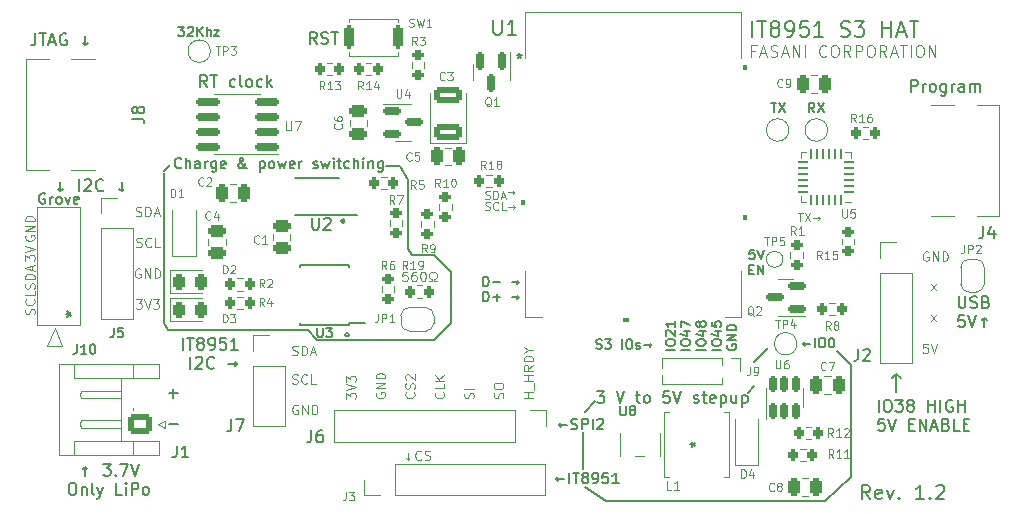
<source format=gto>
G04 #@! TF.GenerationSoftware,KiCad,Pcbnew,6.0.8-f2edbf62ab~116~ubuntu20.04.1*
G04 #@! TF.CreationDate,2022-10-06T18:38:35+02:00*
G04 #@! TF.ProjectId,IT8951-HAT,49543839-3531-42d4-9841-542e6b696361,v1.2*
G04 #@! TF.SameCoordinates,Original*
G04 #@! TF.FileFunction,Legend,Top*
G04 #@! TF.FilePolarity,Positive*
%FSLAX46Y46*%
G04 Gerber Fmt 4.6, Leading zero omitted, Abs format (unit mm)*
G04 Created by KiCad (PCBNEW 6.0.8-f2edbf62ab~116~ubuntu20.04.1) date 2022-10-06 18:38:35*
%MOMM*%
%LPD*%
G01*
G04 APERTURE LIST*
G04 Aperture macros list*
%AMRoundRect*
0 Rectangle with rounded corners*
0 $1 Rounding radius*
0 $2 $3 $4 $5 $6 $7 $8 $9 X,Y pos of 4 corners*
0 Add a 4 corners polygon primitive as box body*
4,1,4,$2,$3,$4,$5,$6,$7,$8,$9,$2,$3,0*
0 Add four circle primitives for the rounded corners*
1,1,$1+$1,$2,$3*
1,1,$1+$1,$4,$5*
1,1,$1+$1,$6,$7*
1,1,$1+$1,$8,$9*
0 Add four rect primitives between the rounded corners*
20,1,$1+$1,$2,$3,$4,$5,0*
20,1,$1+$1,$4,$5,$6,$7,0*
20,1,$1+$1,$6,$7,$8,$9,0*
20,1,$1+$1,$8,$9,$2,$3,0*%
%AMFreePoly0*
4,1,22,0.500000,-0.750000,0.000000,-0.750000,0.000000,-0.745033,-0.079941,-0.743568,-0.215256,-0.701293,-0.333266,-0.622738,-0.424486,-0.514219,-0.481581,-0.384460,-0.499164,-0.250000,-0.500000,-0.250000,-0.500000,0.250000,-0.499164,0.250000,-0.499963,0.256109,-0.478152,0.396186,-0.417904,0.524511,-0.324060,0.630769,-0.204165,0.706417,-0.067858,0.745374,0.000000,0.744959,0.000000,0.750000,
0.500000,0.750000,0.500000,-0.750000,0.500000,-0.750000,$1*%
%AMFreePoly1*
4,1,20,0.000000,0.744959,0.073905,0.744508,0.209726,0.703889,0.328688,0.626782,0.421226,0.519385,0.479903,0.390333,0.500000,0.250000,0.500000,-0.250000,0.499851,-0.262216,0.476331,-0.402017,0.414519,-0.529596,0.319384,-0.634700,0.198574,-0.708877,0.061801,-0.746166,0.000000,-0.745033,0.000000,-0.750000,-0.500000,-0.750000,-0.500000,0.750000,0.000000,0.750000,0.000000,0.744959,
0.000000,0.744959,$1*%
G04 Aperture macros list end*
%ADD10C,0.150000*%
%ADD11C,0.120000*%
%ADD12C,0.140000*%
%ADD13C,0.190000*%
%ADD14C,0.160000*%
%ADD15C,0.130000*%
%ADD16C,0.100000*%
%ADD17C,0.152400*%
%ADD18R,1.500000X0.650000*%
%ADD19R,2.700000X3.600000*%
%ADD20RoundRect,0.250000X-0.475000X0.250000X-0.475000X-0.250000X0.475000X-0.250000X0.475000X0.250000X0*%
%ADD21RoundRect,0.150000X-0.150000X0.587500X-0.150000X-0.587500X0.150000X-0.587500X0.150000X0.587500X0*%
%ADD22R,1.200000X0.900000*%
%ADD23FreePoly0,180.000000*%
%ADD24FreePoly1,180.000000*%
%ADD25RoundRect,0.250000X0.925000X-0.412500X0.925000X0.412500X-0.925000X0.412500X-0.925000X-0.412500X0*%
%ADD26RoundRect,0.250000X-0.250000X-0.475000X0.250000X-0.475000X0.250000X0.475000X-0.250000X0.475000X0*%
%ADD27C,1.500000*%
%ADD28RoundRect,0.200000X0.200000X0.275000X-0.200000X0.275000X-0.200000X-0.275000X0.200000X-0.275000X0*%
%ADD29R,1.700000X1.700000*%
%ADD30O,1.700000X1.700000*%
%ADD31R,4.013200X1.257300*%
%ADD32C,1.000000*%
%ADD33RoundRect,0.200000X-0.200000X-0.275000X0.200000X-0.275000X0.200000X0.275000X-0.200000X0.275000X0*%
%ADD34RoundRect,0.243750X-0.243750X-0.456250X0.243750X-0.456250X0.243750X0.456250X-0.243750X0.456250X0*%
%ADD35RoundRect,0.150000X0.825000X0.150000X-0.825000X0.150000X-0.825000X-0.150000X0.825000X-0.150000X0*%
%ADD36C,2.500000*%
%ADD37RoundRect,0.250000X0.750000X-0.600000X0.750000X0.600000X-0.750000X0.600000X-0.750000X-0.600000X0*%
%ADD38O,2.000000X1.700000*%
%ADD39R,0.838200X0.889000*%
%ADD40R,0.889000X0.838200*%
%ADD41R,3.708400X3.708400*%
%ADD42RoundRect,0.150000X0.587500X0.150000X-0.587500X0.150000X-0.587500X-0.150000X0.587500X-0.150000X0*%
%ADD43O,1.400000X0.449999*%
%ADD44R,1.000000X1.000000*%
%ADD45O,1.000000X1.000000*%
%ADD46R,0.500000X1.005599*%
%ADD47FreePoly0,90.000000*%
%ADD48FreePoly1,90.000000*%
%ADD49C,0.650000*%
%ADD50R,1.450000X0.600000*%
%ADD51R,1.450000X0.300000*%
%ADD52O,2.100000X1.000000*%
%ADD53O,1.600000X1.000000*%
%ADD54RoundRect,0.200000X0.275000X-0.200000X0.275000X0.200000X-0.275000X0.200000X-0.275000X-0.200000X0*%
%ADD55RoundRect,0.062500X0.350000X0.062500X-0.350000X0.062500X-0.350000X-0.062500X0.350000X-0.062500X0*%
%ADD56RoundRect,0.062500X0.062500X0.350000X-0.062500X0.350000X-0.062500X-0.350000X0.062500X-0.350000X0*%
%ADD57R,2.600000X2.600000*%
%ADD58RoundRect,0.250000X0.250000X0.475000X-0.250000X0.475000X-0.250000X-0.475000X0.250000X-0.475000X0*%
%ADD59RoundRect,0.200000X-0.200000X-0.800000X0.200000X-0.800000X0.200000X0.800000X-0.200000X0.800000X0*%
%ADD60RoundRect,0.150000X-0.587500X-0.150000X0.587500X-0.150000X0.587500X0.150000X-0.587500X0.150000X0*%
%ADD61RoundRect,0.200000X-0.275000X0.200000X-0.275000X-0.200000X0.275000X-0.200000X0.275000X0.200000X0*%
%ADD62R,1.150000X1.150000*%
%ADD63C,1.150000*%
%ADD64RoundRect,0.150000X0.150000X-0.512500X0.150000X0.512500X-0.150000X0.512500X-0.150000X-0.512500X0*%
%ADD65RoundRect,0.250000X0.475000X-0.250000X0.475000X0.250000X-0.475000X0.250000X-0.475000X-0.250000X0*%
%ADD66C,1.200000*%
G04 APERTURE END LIST*
D10*
X121575000Y-88925000D02*
X119750000Y-87750000D01*
X106950000Y-68100000D02*
X105100000Y-68100000D01*
X140075000Y-88925000D02*
X142300000Y-86900000D01*
X141100000Y-76200000D02*
X142300000Y-77450000D01*
X105100000Y-68100000D02*
X104800000Y-67575000D01*
X84525000Y-74475000D02*
X96275000Y-74475000D01*
X84450000Y-74475000D02*
X84150000Y-73875000D01*
X119625000Y-83100000D02*
X119625000Y-86225000D01*
X84150000Y-61025000D02*
X84625000Y-60450000D01*
X104075000Y-60575000D02*
X102950000Y-60575000D01*
X107000000Y-75300000D02*
X108425000Y-73875000D01*
X108425000Y-73875000D02*
X108425000Y-69550000D01*
X84150000Y-61150000D02*
X84150000Y-73825000D01*
X135300000Y-75975000D02*
X134050000Y-77175000D01*
X96325000Y-74475000D02*
X97075000Y-75300000D01*
X104800000Y-67575000D02*
X104800000Y-61725000D01*
X119725000Y-81412500D02*
X120575000Y-80487500D01*
X108425000Y-69550000D02*
X106950000Y-68100000D01*
X142300000Y-86900000D02*
X142300000Y-77450000D01*
X104800000Y-61725000D02*
X104075000Y-60575000D01*
X134050000Y-79175000D02*
X133525000Y-79825000D01*
X97075000Y-75300000D02*
X107000000Y-75300000D01*
X121575000Y-88925000D02*
X140075000Y-88925000D01*
X147370238Y-54277380D02*
X147370238Y-53277380D01*
X147751190Y-53277380D01*
X147846428Y-53325000D01*
X147894047Y-53372619D01*
X147941666Y-53467857D01*
X147941666Y-53610714D01*
X147894047Y-53705952D01*
X147846428Y-53753571D01*
X147751190Y-53801190D01*
X147370238Y-53801190D01*
X148370238Y-54277380D02*
X148370238Y-53610714D01*
X148370238Y-53801190D02*
X148417857Y-53705952D01*
X148465476Y-53658333D01*
X148560714Y-53610714D01*
X148655952Y-53610714D01*
X149132142Y-54277380D02*
X149036904Y-54229761D01*
X148989285Y-54182142D01*
X148941666Y-54086904D01*
X148941666Y-53801190D01*
X148989285Y-53705952D01*
X149036904Y-53658333D01*
X149132142Y-53610714D01*
X149275000Y-53610714D01*
X149370238Y-53658333D01*
X149417857Y-53705952D01*
X149465476Y-53801190D01*
X149465476Y-54086904D01*
X149417857Y-54182142D01*
X149370238Y-54229761D01*
X149275000Y-54277380D01*
X149132142Y-54277380D01*
X150322619Y-53610714D02*
X150322619Y-54420238D01*
X150275000Y-54515476D01*
X150227380Y-54563095D01*
X150132142Y-54610714D01*
X149989285Y-54610714D01*
X149894047Y-54563095D01*
X150322619Y-54229761D02*
X150227380Y-54277380D01*
X150036904Y-54277380D01*
X149941666Y-54229761D01*
X149894047Y-54182142D01*
X149846428Y-54086904D01*
X149846428Y-53801190D01*
X149894047Y-53705952D01*
X149941666Y-53658333D01*
X150036904Y-53610714D01*
X150227380Y-53610714D01*
X150322619Y-53658333D01*
X150798809Y-54277380D02*
X150798809Y-53610714D01*
X150798809Y-53801190D02*
X150846428Y-53705952D01*
X150894047Y-53658333D01*
X150989285Y-53610714D01*
X151084523Y-53610714D01*
X151846428Y-54277380D02*
X151846428Y-53753571D01*
X151798809Y-53658333D01*
X151703571Y-53610714D01*
X151513095Y-53610714D01*
X151417857Y-53658333D01*
X151846428Y-54229761D02*
X151751190Y-54277380D01*
X151513095Y-54277380D01*
X151417857Y-54229761D01*
X151370238Y-54134523D01*
X151370238Y-54039285D01*
X151417857Y-53944047D01*
X151513095Y-53896428D01*
X151751190Y-53896428D01*
X151846428Y-53848809D01*
X152322619Y-54277380D02*
X152322619Y-53610714D01*
X152322619Y-53705952D02*
X152370238Y-53658333D01*
X152465476Y-53610714D01*
X152608333Y-53610714D01*
X152703571Y-53658333D01*
X152751190Y-53753571D01*
X152751190Y-54277380D01*
X152751190Y-53753571D02*
X152798809Y-53658333D01*
X152894047Y-53610714D01*
X153036904Y-53610714D01*
X153132142Y-53658333D01*
X153179761Y-53753571D01*
X153179761Y-54277380D01*
X99250000Y-65102380D02*
X99154761Y-65150000D01*
X99107142Y-65245238D01*
X99154761Y-65340476D01*
X99250000Y-65388095D01*
X99345238Y-65340476D01*
X99392857Y-65245238D01*
X99345238Y-65150000D01*
X99250000Y-65102380D01*
D11*
X102079166Y-79780952D02*
X102041070Y-79857143D01*
X102041070Y-79971429D01*
X102079166Y-80085714D01*
X102155356Y-80161905D01*
X102231546Y-80200000D01*
X102383927Y-80238095D01*
X102498213Y-80238095D01*
X102650594Y-80200000D01*
X102726785Y-80161905D01*
X102802975Y-80085714D01*
X102841070Y-79971429D01*
X102841070Y-79895238D01*
X102802975Y-79780952D01*
X102764880Y-79742857D01*
X102498213Y-79742857D01*
X102498213Y-79895238D01*
X102841070Y-79400000D02*
X102041070Y-79400000D01*
X102841070Y-78942857D01*
X102041070Y-78942857D01*
X102841070Y-78561905D02*
X102041070Y-78561905D01*
X102041070Y-78371429D01*
X102079166Y-78257143D01*
X102155356Y-78180952D01*
X102231546Y-78142857D01*
X102383927Y-78104762D01*
X102498213Y-78104762D01*
X102650594Y-78142857D01*
X102726785Y-78180952D01*
X102802975Y-78257143D01*
X102841070Y-78371429D01*
X102841070Y-78561905D01*
D12*
X74041142Y-62925000D02*
X73955428Y-62882142D01*
X73826857Y-62882142D01*
X73698285Y-62925000D01*
X73612571Y-63010714D01*
X73569714Y-63096428D01*
X73526857Y-63267857D01*
X73526857Y-63396428D01*
X73569714Y-63567857D01*
X73612571Y-63653571D01*
X73698285Y-63739285D01*
X73826857Y-63782142D01*
X73912571Y-63782142D01*
X74041142Y-63739285D01*
X74084000Y-63696428D01*
X74084000Y-63396428D01*
X73912571Y-63396428D01*
X74469714Y-63782142D02*
X74469714Y-63182142D01*
X74469714Y-63353571D02*
X74512571Y-63267857D01*
X74555428Y-63225000D01*
X74641142Y-63182142D01*
X74726857Y-63182142D01*
X75155428Y-63782142D02*
X75069714Y-63739285D01*
X75026857Y-63696428D01*
X74984000Y-63610714D01*
X74984000Y-63353571D01*
X75026857Y-63267857D01*
X75069714Y-63225000D01*
X75155428Y-63182142D01*
X75284000Y-63182142D01*
X75369714Y-63225000D01*
X75412571Y-63267857D01*
X75455428Y-63353571D01*
X75455428Y-63610714D01*
X75412571Y-63696428D01*
X75369714Y-63739285D01*
X75284000Y-63782142D01*
X75155428Y-63782142D01*
X75755428Y-63182142D02*
X75969714Y-63782142D01*
X76184000Y-63182142D01*
X76869714Y-63739285D02*
X76784000Y-63782142D01*
X76612571Y-63782142D01*
X76526857Y-63739285D01*
X76484000Y-63653571D01*
X76484000Y-63310714D01*
X76526857Y-63225000D01*
X76612571Y-63182142D01*
X76784000Y-63182142D01*
X76869714Y-63225000D01*
X76912571Y-63310714D01*
X76912571Y-63396428D01*
X76484000Y-63482142D01*
X118221428Y-82539285D02*
X117535714Y-82539285D01*
X117707142Y-82710714D02*
X117535714Y-82539285D01*
X117707142Y-82367857D01*
X118607142Y-82839285D02*
X118735714Y-82882142D01*
X118950000Y-82882142D01*
X119035714Y-82839285D01*
X119078571Y-82796428D01*
X119121428Y-82710714D01*
X119121428Y-82625000D01*
X119078571Y-82539285D01*
X119035714Y-82496428D01*
X118950000Y-82453571D01*
X118778571Y-82410714D01*
X118692857Y-82367857D01*
X118650000Y-82325000D01*
X118607142Y-82239285D01*
X118607142Y-82153571D01*
X118650000Y-82067857D01*
X118692857Y-82025000D01*
X118778571Y-81982142D01*
X118992857Y-81982142D01*
X119121428Y-82025000D01*
X119507142Y-82882142D02*
X119507142Y-81982142D01*
X119850000Y-81982142D01*
X119935714Y-82025000D01*
X119978571Y-82067857D01*
X120021428Y-82153571D01*
X120021428Y-82282142D01*
X119978571Y-82367857D01*
X119935714Y-82410714D01*
X119850000Y-82453571D01*
X119507142Y-82453571D01*
X120407142Y-82882142D02*
X120407142Y-81982142D01*
X120792857Y-82067857D02*
X120835714Y-82025000D01*
X120921428Y-81982142D01*
X121135714Y-81982142D01*
X121221428Y-82025000D01*
X121264285Y-82067857D01*
X121307142Y-82153571D01*
X121307142Y-82239285D01*
X121264285Y-82367857D01*
X120750000Y-82882142D01*
X121307142Y-82882142D01*
D13*
X133933023Y-49613095D02*
X133933023Y-48313095D01*
X134366357Y-48313095D02*
X135109214Y-48313095D01*
X134737785Y-49613095D02*
X134737785Y-48313095D01*
X135728261Y-48870238D02*
X135604452Y-48808333D01*
X135542547Y-48746428D01*
X135480642Y-48622619D01*
X135480642Y-48560714D01*
X135542547Y-48436904D01*
X135604452Y-48375000D01*
X135728261Y-48313095D01*
X135975880Y-48313095D01*
X136099690Y-48375000D01*
X136161595Y-48436904D01*
X136223500Y-48560714D01*
X136223500Y-48622619D01*
X136161595Y-48746428D01*
X136099690Y-48808333D01*
X135975880Y-48870238D01*
X135728261Y-48870238D01*
X135604452Y-48932142D01*
X135542547Y-48994047D01*
X135480642Y-49117857D01*
X135480642Y-49365476D01*
X135542547Y-49489285D01*
X135604452Y-49551190D01*
X135728261Y-49613095D01*
X135975880Y-49613095D01*
X136099690Y-49551190D01*
X136161595Y-49489285D01*
X136223500Y-49365476D01*
X136223500Y-49117857D01*
X136161595Y-48994047D01*
X136099690Y-48932142D01*
X135975880Y-48870238D01*
X136842547Y-49613095D02*
X137090166Y-49613095D01*
X137213976Y-49551190D01*
X137275880Y-49489285D01*
X137399690Y-49303571D01*
X137461595Y-49055952D01*
X137461595Y-48560714D01*
X137399690Y-48436904D01*
X137337785Y-48375000D01*
X137213976Y-48313095D01*
X136966357Y-48313095D01*
X136842547Y-48375000D01*
X136780642Y-48436904D01*
X136718738Y-48560714D01*
X136718738Y-48870238D01*
X136780642Y-48994047D01*
X136842547Y-49055952D01*
X136966357Y-49117857D01*
X137213976Y-49117857D01*
X137337785Y-49055952D01*
X137399690Y-48994047D01*
X137461595Y-48870238D01*
X138637785Y-48313095D02*
X138018738Y-48313095D01*
X137956833Y-48932142D01*
X138018738Y-48870238D01*
X138142547Y-48808333D01*
X138452071Y-48808333D01*
X138575880Y-48870238D01*
X138637785Y-48932142D01*
X138699690Y-49055952D01*
X138699690Y-49365476D01*
X138637785Y-49489285D01*
X138575880Y-49551190D01*
X138452071Y-49613095D01*
X138142547Y-49613095D01*
X138018738Y-49551190D01*
X137956833Y-49489285D01*
X139937785Y-49613095D02*
X139194928Y-49613095D01*
X139566357Y-49613095D02*
X139566357Y-48313095D01*
X139442547Y-48498809D01*
X139318738Y-48622619D01*
X139194928Y-48684523D01*
X141423500Y-49551190D02*
X141609214Y-49613095D01*
X141918738Y-49613095D01*
X142042547Y-49551190D01*
X142104452Y-49489285D01*
X142166357Y-49365476D01*
X142166357Y-49241666D01*
X142104452Y-49117857D01*
X142042547Y-49055952D01*
X141918738Y-48994047D01*
X141671119Y-48932142D01*
X141547309Y-48870238D01*
X141485404Y-48808333D01*
X141423500Y-48684523D01*
X141423500Y-48560714D01*
X141485404Y-48436904D01*
X141547309Y-48375000D01*
X141671119Y-48313095D01*
X141980642Y-48313095D01*
X142166357Y-48375000D01*
X142599690Y-48313095D02*
X143404452Y-48313095D01*
X142971119Y-48808333D01*
X143156833Y-48808333D01*
X143280642Y-48870238D01*
X143342547Y-48932142D01*
X143404452Y-49055952D01*
X143404452Y-49365476D01*
X143342547Y-49489285D01*
X143280642Y-49551190D01*
X143156833Y-49613095D01*
X142785404Y-49613095D01*
X142661595Y-49551190D01*
X142599690Y-49489285D01*
X144952071Y-49613095D02*
X144952071Y-48313095D01*
X144952071Y-48932142D02*
X145694928Y-48932142D01*
X145694928Y-49613095D02*
X145694928Y-48313095D01*
X146252071Y-49241666D02*
X146871119Y-49241666D01*
X146128261Y-49613095D02*
X146561595Y-48313095D01*
X146994928Y-49613095D01*
X147242547Y-48313095D02*
X147985404Y-48313095D01*
X147613976Y-49613095D02*
X147613976Y-48313095D01*
D10*
X111171429Y-70736904D02*
X111171429Y-69936904D01*
X111361905Y-69936904D01*
X111476191Y-69975000D01*
X111552381Y-70051190D01*
X111590476Y-70127380D01*
X111628571Y-70279761D01*
X111628571Y-70394047D01*
X111590476Y-70546428D01*
X111552381Y-70622619D01*
X111476191Y-70698809D01*
X111361905Y-70736904D01*
X111171429Y-70736904D01*
X111971429Y-70432142D02*
X112580952Y-70432142D01*
X113571429Y-70432142D02*
X114180952Y-70432142D01*
X114028571Y-70584523D02*
X114180952Y-70432142D01*
X114028571Y-70279761D01*
D11*
X81753571Y-64773809D02*
X81867857Y-64811904D01*
X82058333Y-64811904D01*
X82134523Y-64773809D01*
X82172619Y-64735714D01*
X82210714Y-64659523D01*
X82210714Y-64583333D01*
X82172619Y-64507142D01*
X82134523Y-64469047D01*
X82058333Y-64430952D01*
X81905952Y-64392857D01*
X81829761Y-64354761D01*
X81791666Y-64316666D01*
X81753571Y-64240476D01*
X81753571Y-64164285D01*
X81791666Y-64088095D01*
X81829761Y-64050000D01*
X81905952Y-64011904D01*
X82096428Y-64011904D01*
X82210714Y-64050000D01*
X82553571Y-64811904D02*
X82553571Y-64011904D01*
X82744047Y-64011904D01*
X82858333Y-64050000D01*
X82934523Y-64126190D01*
X82972619Y-64202380D01*
X83010714Y-64354761D01*
X83010714Y-64469047D01*
X82972619Y-64621428D01*
X82934523Y-64697619D01*
X82858333Y-64773809D01*
X82744047Y-64811904D01*
X82553571Y-64811904D01*
X83315476Y-64583333D02*
X83696428Y-64583333D01*
X83239285Y-64811904D02*
X83505952Y-64011904D01*
X83772619Y-64811904D01*
D10*
X85578571Y-60696428D02*
X85535714Y-60739285D01*
X85407142Y-60782142D01*
X85321428Y-60782142D01*
X85192857Y-60739285D01*
X85107142Y-60653571D01*
X85064285Y-60567857D01*
X85021428Y-60396428D01*
X85021428Y-60267857D01*
X85064285Y-60096428D01*
X85107142Y-60010714D01*
X85192857Y-59925000D01*
X85321428Y-59882142D01*
X85407142Y-59882142D01*
X85535714Y-59925000D01*
X85578571Y-59967857D01*
X85964285Y-60782142D02*
X85964285Y-59882142D01*
X86350000Y-60782142D02*
X86350000Y-60310714D01*
X86307142Y-60225000D01*
X86221428Y-60182142D01*
X86092857Y-60182142D01*
X86007142Y-60225000D01*
X85964285Y-60267857D01*
X87164285Y-60782142D02*
X87164285Y-60310714D01*
X87121428Y-60225000D01*
X87035714Y-60182142D01*
X86864285Y-60182142D01*
X86778571Y-60225000D01*
X87164285Y-60739285D02*
X87078571Y-60782142D01*
X86864285Y-60782142D01*
X86778571Y-60739285D01*
X86735714Y-60653571D01*
X86735714Y-60567857D01*
X86778571Y-60482142D01*
X86864285Y-60439285D01*
X87078571Y-60439285D01*
X87164285Y-60396428D01*
X87592857Y-60782142D02*
X87592857Y-60182142D01*
X87592857Y-60353571D02*
X87635714Y-60267857D01*
X87678571Y-60225000D01*
X87764285Y-60182142D01*
X87850000Y-60182142D01*
X88535714Y-60182142D02*
X88535714Y-60910714D01*
X88492857Y-60996428D01*
X88450000Y-61039285D01*
X88364285Y-61082142D01*
X88235714Y-61082142D01*
X88150000Y-61039285D01*
X88535714Y-60739285D02*
X88450000Y-60782142D01*
X88278571Y-60782142D01*
X88192857Y-60739285D01*
X88150000Y-60696428D01*
X88107142Y-60610714D01*
X88107142Y-60353571D01*
X88150000Y-60267857D01*
X88192857Y-60225000D01*
X88278571Y-60182142D01*
X88450000Y-60182142D01*
X88535714Y-60225000D01*
X89307142Y-60739285D02*
X89221428Y-60782142D01*
X89050000Y-60782142D01*
X88964285Y-60739285D01*
X88921428Y-60653571D01*
X88921428Y-60310714D01*
X88964285Y-60225000D01*
X89050000Y-60182142D01*
X89221428Y-60182142D01*
X89307142Y-60225000D01*
X89350000Y-60310714D01*
X89350000Y-60396428D01*
X88921428Y-60482142D01*
X91150000Y-60782142D02*
X91107142Y-60782142D01*
X91021428Y-60739285D01*
X90892857Y-60610714D01*
X90678571Y-60353571D01*
X90592857Y-60225000D01*
X90550000Y-60096428D01*
X90550000Y-60010714D01*
X90592857Y-59925000D01*
X90678571Y-59882142D01*
X90721428Y-59882142D01*
X90807142Y-59925000D01*
X90850000Y-60010714D01*
X90850000Y-60053571D01*
X90807142Y-60139285D01*
X90764285Y-60182142D01*
X90507142Y-60353571D01*
X90464285Y-60396428D01*
X90421428Y-60482142D01*
X90421428Y-60610714D01*
X90464285Y-60696428D01*
X90507142Y-60739285D01*
X90592857Y-60782142D01*
X90721428Y-60782142D01*
X90807142Y-60739285D01*
X90850000Y-60696428D01*
X90978571Y-60525000D01*
X91021428Y-60396428D01*
X91021428Y-60310714D01*
X92221428Y-60182142D02*
X92221428Y-61082142D01*
X92221428Y-60225000D02*
X92307142Y-60182142D01*
X92478571Y-60182142D01*
X92564285Y-60225000D01*
X92607142Y-60267857D01*
X92650000Y-60353571D01*
X92650000Y-60610714D01*
X92607142Y-60696428D01*
X92564285Y-60739285D01*
X92478571Y-60782142D01*
X92307142Y-60782142D01*
X92221428Y-60739285D01*
X93164285Y-60782142D02*
X93078571Y-60739285D01*
X93035714Y-60696428D01*
X92992857Y-60610714D01*
X92992857Y-60353571D01*
X93035714Y-60267857D01*
X93078571Y-60225000D01*
X93164285Y-60182142D01*
X93292857Y-60182142D01*
X93378571Y-60225000D01*
X93421428Y-60267857D01*
X93464285Y-60353571D01*
X93464285Y-60610714D01*
X93421428Y-60696428D01*
X93378571Y-60739285D01*
X93292857Y-60782142D01*
X93164285Y-60782142D01*
X93764285Y-60182142D02*
X93935714Y-60782142D01*
X94107142Y-60353571D01*
X94278571Y-60782142D01*
X94450000Y-60182142D01*
X95135714Y-60739285D02*
X95050000Y-60782142D01*
X94878571Y-60782142D01*
X94792857Y-60739285D01*
X94750000Y-60653571D01*
X94750000Y-60310714D01*
X94792857Y-60225000D01*
X94878571Y-60182142D01*
X95050000Y-60182142D01*
X95135714Y-60225000D01*
X95178571Y-60310714D01*
X95178571Y-60396428D01*
X94750000Y-60482142D01*
X95564285Y-60782142D02*
X95564285Y-60182142D01*
X95564285Y-60353571D02*
X95607142Y-60267857D01*
X95650000Y-60225000D01*
X95735714Y-60182142D01*
X95821428Y-60182142D01*
X96764285Y-60739285D02*
X96850000Y-60782142D01*
X97021428Y-60782142D01*
X97107142Y-60739285D01*
X97150000Y-60653571D01*
X97150000Y-60610714D01*
X97107142Y-60525000D01*
X97021428Y-60482142D01*
X96892857Y-60482142D01*
X96807142Y-60439285D01*
X96764285Y-60353571D01*
X96764285Y-60310714D01*
X96807142Y-60225000D01*
X96892857Y-60182142D01*
X97021428Y-60182142D01*
X97107142Y-60225000D01*
X97450000Y-60182142D02*
X97621428Y-60782142D01*
X97792857Y-60353571D01*
X97964285Y-60782142D01*
X98135714Y-60182142D01*
X98478571Y-60782142D02*
X98478571Y-60182142D01*
X98478571Y-59882142D02*
X98435714Y-59925000D01*
X98478571Y-59967857D01*
X98521428Y-59925000D01*
X98478571Y-59882142D01*
X98478571Y-59967857D01*
X98778571Y-60182142D02*
X99121428Y-60182142D01*
X98907142Y-59882142D02*
X98907142Y-60653571D01*
X98950000Y-60739285D01*
X99035714Y-60782142D01*
X99121428Y-60782142D01*
X99807142Y-60739285D02*
X99721428Y-60782142D01*
X99550000Y-60782142D01*
X99464285Y-60739285D01*
X99421428Y-60696428D01*
X99378571Y-60610714D01*
X99378571Y-60353571D01*
X99421428Y-60267857D01*
X99464285Y-60225000D01*
X99550000Y-60182142D01*
X99721428Y-60182142D01*
X99807142Y-60225000D01*
X100192857Y-60782142D02*
X100192857Y-59882142D01*
X100578571Y-60782142D02*
X100578571Y-60310714D01*
X100535714Y-60225000D01*
X100450000Y-60182142D01*
X100321428Y-60182142D01*
X100235714Y-60225000D01*
X100192857Y-60267857D01*
X101007142Y-60782142D02*
X101007142Y-60182142D01*
X101007142Y-59882142D02*
X100964285Y-59925000D01*
X101007142Y-59967857D01*
X101050000Y-59925000D01*
X101007142Y-59882142D01*
X101007142Y-59967857D01*
X101435714Y-60182142D02*
X101435714Y-60782142D01*
X101435714Y-60267857D02*
X101478571Y-60225000D01*
X101564285Y-60182142D01*
X101692857Y-60182142D01*
X101778571Y-60225000D01*
X101821428Y-60310714D01*
X101821428Y-60782142D01*
X102635714Y-60182142D02*
X102635714Y-60910714D01*
X102592857Y-60996428D01*
X102550000Y-61039285D01*
X102464285Y-61082142D01*
X102335714Y-61082142D01*
X102250000Y-61039285D01*
X102635714Y-60739285D02*
X102550000Y-60782142D01*
X102378571Y-60782142D01*
X102292857Y-60739285D01*
X102250000Y-60696428D01*
X102207142Y-60610714D01*
X102207142Y-60353571D01*
X102250000Y-60267857D01*
X102292857Y-60225000D01*
X102378571Y-60182142D01*
X102550000Y-60182142D01*
X102635714Y-60225000D01*
D14*
X143903571Y-88767857D02*
X143503571Y-88196428D01*
X143217857Y-88767857D02*
X143217857Y-87567857D01*
X143675000Y-87567857D01*
X143789285Y-87625000D01*
X143846428Y-87682142D01*
X143903571Y-87796428D01*
X143903571Y-87967857D01*
X143846428Y-88082142D01*
X143789285Y-88139285D01*
X143675000Y-88196428D01*
X143217857Y-88196428D01*
X144875000Y-88710714D02*
X144760714Y-88767857D01*
X144532142Y-88767857D01*
X144417857Y-88710714D01*
X144360714Y-88596428D01*
X144360714Y-88139285D01*
X144417857Y-88025000D01*
X144532142Y-87967857D01*
X144760714Y-87967857D01*
X144875000Y-88025000D01*
X144932142Y-88139285D01*
X144932142Y-88253571D01*
X144360714Y-88367857D01*
X145332142Y-87967857D02*
X145617857Y-88767857D01*
X145903571Y-87967857D01*
X146360714Y-88653571D02*
X146417857Y-88710714D01*
X146360714Y-88767857D01*
X146303571Y-88710714D01*
X146360714Y-88653571D01*
X146360714Y-88767857D01*
X148475000Y-88767857D02*
X147789285Y-88767857D01*
X148132142Y-88767857D02*
X148132142Y-87567857D01*
X148017857Y-87739285D01*
X147903571Y-87853571D01*
X147789285Y-87910714D01*
X148989285Y-88653571D02*
X149046428Y-88710714D01*
X148989285Y-88767857D01*
X148932142Y-88710714D01*
X148989285Y-88653571D01*
X148989285Y-88767857D01*
X149503571Y-87682142D02*
X149560714Y-87625000D01*
X149675000Y-87567857D01*
X149960714Y-87567857D01*
X150075000Y-87625000D01*
X150132142Y-87682142D01*
X150189285Y-87796428D01*
X150189285Y-87910714D01*
X150132142Y-88082142D01*
X149446428Y-88767857D01*
X150189285Y-88767857D01*
D11*
X105269046Y-79742856D02*
X105307141Y-79780951D01*
X105345236Y-79895237D01*
X105345236Y-79971428D01*
X105307141Y-80085713D01*
X105230951Y-80161904D01*
X105154760Y-80199999D01*
X105002379Y-80238094D01*
X104888093Y-80238094D01*
X104735712Y-80199999D01*
X104659522Y-80161904D01*
X104583332Y-80085713D01*
X104545236Y-79971428D01*
X104545236Y-79895237D01*
X104583332Y-79780951D01*
X104621427Y-79742856D01*
X105307141Y-79438094D02*
X105345236Y-79323809D01*
X105345236Y-79133332D01*
X105307141Y-79057142D01*
X105269046Y-79019047D01*
X105192855Y-78980951D01*
X105116665Y-78980951D01*
X105040474Y-79019047D01*
X105002379Y-79057142D01*
X104964284Y-79133332D01*
X104926189Y-79285713D01*
X104888093Y-79361904D01*
X104849998Y-79399999D01*
X104773808Y-79438094D01*
X104697617Y-79438094D01*
X104621427Y-79399999D01*
X104583332Y-79361904D01*
X104545236Y-79285713D01*
X104545236Y-79095237D01*
X104583332Y-78980951D01*
X104621427Y-78676190D02*
X104583332Y-78638094D01*
X104545236Y-78561904D01*
X104545236Y-78371428D01*
X104583332Y-78295237D01*
X104621427Y-78257142D01*
X104697617Y-78219047D01*
X104773808Y-78219047D01*
X104888093Y-78257142D01*
X105345236Y-78714285D01*
X105345236Y-78219047D01*
X95440476Y-80850000D02*
X95364285Y-80811904D01*
X95250000Y-80811904D01*
X95135714Y-80850000D01*
X95059523Y-80926190D01*
X95021428Y-81002380D01*
X94983333Y-81154761D01*
X94983333Y-81269047D01*
X95021428Y-81421428D01*
X95059523Y-81497619D01*
X95135714Y-81573809D01*
X95250000Y-81611904D01*
X95326190Y-81611904D01*
X95440476Y-81573809D01*
X95478571Y-81535714D01*
X95478571Y-81269047D01*
X95326190Y-81269047D01*
X95821428Y-81611904D02*
X95821428Y-80811904D01*
X96278571Y-81611904D01*
X96278571Y-80811904D01*
X96659523Y-81611904D02*
X96659523Y-80811904D01*
X96850000Y-80811904D01*
X96964285Y-80850000D01*
X97040476Y-80926190D01*
X97078571Y-81002380D01*
X97116666Y-81154761D01*
X97116666Y-81269047D01*
X97078571Y-81421428D01*
X97040476Y-81497619D01*
X96964285Y-81573809D01*
X96850000Y-81611904D01*
X96659523Y-81611904D01*
D15*
X120732142Y-76023809D02*
X120846428Y-76061904D01*
X121036904Y-76061904D01*
X121113095Y-76023809D01*
X121151190Y-75985714D01*
X121189285Y-75909523D01*
X121189285Y-75833333D01*
X121151190Y-75757142D01*
X121113095Y-75719047D01*
X121036904Y-75680952D01*
X120884523Y-75642857D01*
X120808333Y-75604761D01*
X120770238Y-75566666D01*
X120732142Y-75490476D01*
X120732142Y-75414285D01*
X120770238Y-75338095D01*
X120808333Y-75300000D01*
X120884523Y-75261904D01*
X121075000Y-75261904D01*
X121189285Y-75300000D01*
X121455952Y-75261904D02*
X121951190Y-75261904D01*
X121684523Y-75566666D01*
X121798809Y-75566666D01*
X121875000Y-75604761D01*
X121913095Y-75642857D01*
X121951190Y-75719047D01*
X121951190Y-75909523D01*
X121913095Y-75985714D01*
X121875000Y-76023809D01*
X121798809Y-76061904D01*
X121570238Y-76061904D01*
X121494047Y-76023809D01*
X121455952Y-75985714D01*
X122903571Y-76061904D02*
X122903571Y-75261904D01*
X123436904Y-75261904D02*
X123589285Y-75261904D01*
X123665476Y-75300000D01*
X123741666Y-75376190D01*
X123779761Y-75528571D01*
X123779761Y-75795238D01*
X123741666Y-75947619D01*
X123665476Y-76023809D01*
X123589285Y-76061904D01*
X123436904Y-76061904D01*
X123360714Y-76023809D01*
X123284523Y-75947619D01*
X123246428Y-75795238D01*
X123246428Y-75528571D01*
X123284523Y-75376190D01*
X123360714Y-75300000D01*
X123436904Y-75261904D01*
X124084523Y-76023809D02*
X124160714Y-76061904D01*
X124313095Y-76061904D01*
X124389285Y-76023809D01*
X124427380Y-75947619D01*
X124427380Y-75909523D01*
X124389285Y-75833333D01*
X124313095Y-75795238D01*
X124198809Y-75795238D01*
X124122619Y-75757142D01*
X124084523Y-75680952D01*
X124084523Y-75642857D01*
X124122619Y-75566666D01*
X124198809Y-75528571D01*
X124313095Y-75528571D01*
X124389285Y-75566666D01*
X124770238Y-75757142D02*
X125379761Y-75757142D01*
X125227380Y-75909523D02*
X125379761Y-75757142D01*
X125227380Y-75604761D01*
D10*
X77450000Y-86797380D02*
X77450000Y-86035476D01*
X77259523Y-86225952D02*
X77450000Y-86035476D01*
X77640476Y-86225952D01*
X78973809Y-85797380D02*
X79592857Y-85797380D01*
X79259523Y-86178333D01*
X79402380Y-86178333D01*
X79497619Y-86225952D01*
X79545238Y-86273571D01*
X79592857Y-86368809D01*
X79592857Y-86606904D01*
X79545238Y-86702142D01*
X79497619Y-86749761D01*
X79402380Y-86797380D01*
X79116666Y-86797380D01*
X79021428Y-86749761D01*
X78973809Y-86702142D01*
X80021428Y-86702142D02*
X80069047Y-86749761D01*
X80021428Y-86797380D01*
X79973809Y-86749761D01*
X80021428Y-86702142D01*
X80021428Y-86797380D01*
X80402380Y-85797380D02*
X81069047Y-85797380D01*
X80640476Y-86797380D01*
X81307142Y-85797380D02*
X81640476Y-86797380D01*
X81973809Y-85797380D01*
X76283333Y-87407380D02*
X76473809Y-87407380D01*
X76569047Y-87455000D01*
X76664285Y-87550238D01*
X76711904Y-87740714D01*
X76711904Y-88074047D01*
X76664285Y-88264523D01*
X76569047Y-88359761D01*
X76473809Y-88407380D01*
X76283333Y-88407380D01*
X76188095Y-88359761D01*
X76092857Y-88264523D01*
X76045238Y-88074047D01*
X76045238Y-87740714D01*
X76092857Y-87550238D01*
X76188095Y-87455000D01*
X76283333Y-87407380D01*
X77140476Y-87740714D02*
X77140476Y-88407380D01*
X77140476Y-87835952D02*
X77188095Y-87788333D01*
X77283333Y-87740714D01*
X77426190Y-87740714D01*
X77521428Y-87788333D01*
X77569047Y-87883571D01*
X77569047Y-88407380D01*
X78188095Y-88407380D02*
X78092857Y-88359761D01*
X78045238Y-88264523D01*
X78045238Y-87407380D01*
X78473809Y-87740714D02*
X78711904Y-88407380D01*
X78950000Y-87740714D02*
X78711904Y-88407380D01*
X78616666Y-88645476D01*
X78569047Y-88693095D01*
X78473809Y-88740714D01*
X80569047Y-88407380D02*
X80092857Y-88407380D01*
X80092857Y-87407380D01*
X80902380Y-88407380D02*
X80902380Y-87740714D01*
X80902380Y-87407380D02*
X80854761Y-87455000D01*
X80902380Y-87502619D01*
X80950000Y-87455000D01*
X80902380Y-87407380D01*
X80902380Y-87502619D01*
X81378571Y-88407380D02*
X81378571Y-87407380D01*
X81759523Y-87407380D01*
X81854761Y-87455000D01*
X81902380Y-87502619D01*
X81950000Y-87597857D01*
X81950000Y-87740714D01*
X81902380Y-87835952D01*
X81854761Y-87883571D01*
X81759523Y-87931190D01*
X81378571Y-87931190D01*
X82521428Y-88407380D02*
X82426190Y-88359761D01*
X82378571Y-88312142D01*
X82330952Y-88216904D01*
X82330952Y-87931190D01*
X82378571Y-87835952D01*
X82426190Y-87788333D01*
X82521428Y-87740714D01*
X82664285Y-87740714D01*
X82759523Y-87788333D01*
X82807142Y-87835952D01*
X82854761Y-87931190D01*
X82854761Y-88216904D01*
X82807142Y-88312142D01*
X82759523Y-88359761D01*
X82664285Y-88407380D01*
X82521428Y-88407380D01*
X84544047Y-79821428D02*
X85305952Y-79821428D01*
X84925000Y-80202380D02*
X84925000Y-79440476D01*
D11*
X110315473Y-80238095D02*
X110353568Y-80123809D01*
X110353568Y-79933333D01*
X110315473Y-79857143D01*
X110277378Y-79819048D01*
X110201187Y-79780952D01*
X110124997Y-79780952D01*
X110048806Y-79819048D01*
X110010711Y-79857143D01*
X109972616Y-79933333D01*
X109934521Y-80085714D01*
X109896425Y-80161905D01*
X109858330Y-80200000D01*
X109782140Y-80238095D01*
X109705949Y-80238095D01*
X109629759Y-80200000D01*
X109591664Y-80161905D01*
X109553568Y-80085714D01*
X109553568Y-79895238D01*
X109591664Y-79780952D01*
X110353568Y-79438095D02*
X109553568Y-79438095D01*
X149090476Y-73711904D02*
X149509523Y-73178571D01*
X149090476Y-73178571D02*
X149509523Y-73711904D01*
D15*
X131286904Y-76130952D02*
X130486904Y-76130952D01*
X130486904Y-75597619D02*
X130486904Y-75445238D01*
X130525000Y-75369047D01*
X130601190Y-75292857D01*
X130753571Y-75254761D01*
X131020238Y-75254761D01*
X131172619Y-75292857D01*
X131248809Y-75369047D01*
X131286904Y-75445238D01*
X131286904Y-75597619D01*
X131248809Y-75673809D01*
X131172619Y-75750000D01*
X131020238Y-75788095D01*
X130753571Y-75788095D01*
X130601190Y-75750000D01*
X130525000Y-75673809D01*
X130486904Y-75597619D01*
X130753571Y-74569047D02*
X131286904Y-74569047D01*
X130448809Y-74759523D02*
X131020238Y-74950000D01*
X131020238Y-74454761D01*
X130486904Y-73769047D02*
X130486904Y-74150000D01*
X130867857Y-74188095D01*
X130829761Y-74150000D01*
X130791666Y-74073809D01*
X130791666Y-73883333D01*
X130829761Y-73807142D01*
X130867857Y-73769047D01*
X130944047Y-73730952D01*
X131134523Y-73730952D01*
X131210714Y-73769047D01*
X131248809Y-73807142D01*
X131286904Y-73883333D01*
X131286904Y-74073809D01*
X131248809Y-74150000D01*
X131210714Y-74188095D01*
D11*
X94983333Y-76548809D02*
X95097619Y-76586904D01*
X95288095Y-76586904D01*
X95364285Y-76548809D01*
X95402381Y-76510714D01*
X95440476Y-76434523D01*
X95440476Y-76358333D01*
X95402381Y-76282142D01*
X95364285Y-76244047D01*
X95288095Y-76205952D01*
X95135714Y-76167857D01*
X95059523Y-76129761D01*
X95021428Y-76091666D01*
X94983333Y-76015476D01*
X94983333Y-75939285D01*
X95021428Y-75863095D01*
X95059523Y-75825000D01*
X95135714Y-75786904D01*
X95326190Y-75786904D01*
X95440476Y-75825000D01*
X95783333Y-76586904D02*
X95783333Y-75786904D01*
X95973809Y-75786904D01*
X96088095Y-75825000D01*
X96164285Y-75901190D01*
X96202381Y-75977380D01*
X96240476Y-76129761D01*
X96240476Y-76244047D01*
X96202381Y-76396428D01*
X96164285Y-76472619D01*
X96088095Y-76548809D01*
X95973809Y-76586904D01*
X95783333Y-76586904D01*
X96545238Y-76358333D02*
X96926190Y-76358333D01*
X96469047Y-76586904D02*
X96735714Y-75786904D01*
X97002381Y-76586904D01*
X148815476Y-67850000D02*
X148739285Y-67811904D01*
X148625000Y-67811904D01*
X148510714Y-67850000D01*
X148434523Y-67926190D01*
X148396428Y-68002380D01*
X148358333Y-68154761D01*
X148358333Y-68269047D01*
X148396428Y-68421428D01*
X148434523Y-68497619D01*
X148510714Y-68573809D01*
X148625000Y-68611904D01*
X148701190Y-68611904D01*
X148815476Y-68573809D01*
X148853571Y-68535714D01*
X148853571Y-68269047D01*
X148701190Y-68269047D01*
X149196428Y-68611904D02*
X149196428Y-67811904D01*
X149653571Y-68611904D01*
X149653571Y-67811904D01*
X150034523Y-68611904D02*
X150034523Y-67811904D01*
X150225000Y-67811904D01*
X150339285Y-67850000D01*
X150415476Y-67926190D01*
X150453571Y-68002380D01*
X150491666Y-68154761D01*
X150491666Y-68269047D01*
X150453571Y-68421428D01*
X150415476Y-68497619D01*
X150339285Y-68573809D01*
X150225000Y-68611904D01*
X150034523Y-68611904D01*
X104744047Y-84852380D02*
X104744047Y-85461904D01*
X104896428Y-85309523D02*
X104744047Y-85461904D01*
X104591666Y-85309523D01*
X105886904Y-85385714D02*
X105848809Y-85423809D01*
X105734523Y-85461904D01*
X105658333Y-85461904D01*
X105544047Y-85423809D01*
X105467857Y-85347619D01*
X105429761Y-85271428D01*
X105391666Y-85119047D01*
X105391666Y-85004761D01*
X105429761Y-84852380D01*
X105467857Y-84776190D01*
X105544047Y-84700000D01*
X105658333Y-84661904D01*
X105734523Y-84661904D01*
X105848809Y-84700000D01*
X105886904Y-84738095D01*
X106191666Y-85423809D02*
X106305952Y-85461904D01*
X106496428Y-85461904D01*
X106572619Y-85423809D01*
X106610714Y-85385714D01*
X106648809Y-85309523D01*
X106648809Y-85233333D01*
X106610714Y-85157142D01*
X106572619Y-85119047D01*
X106496428Y-85080952D01*
X106344047Y-85042857D01*
X106267857Y-85004761D01*
X106229761Y-84966666D01*
X106191666Y-84890476D01*
X106191666Y-84814285D01*
X106229761Y-84738095D01*
X106267857Y-84700000D01*
X106344047Y-84661904D01*
X106534523Y-84661904D01*
X106648809Y-84700000D01*
D10*
X84544047Y-82396428D02*
X85305952Y-82396428D01*
D11*
X134149428Y-50803571D02*
X133816095Y-50803571D01*
X133816095Y-51327380D02*
X133816095Y-50327380D01*
X134292285Y-50327380D01*
X134625619Y-51041666D02*
X135101809Y-51041666D01*
X134530380Y-51327380D02*
X134863714Y-50327380D01*
X135197047Y-51327380D01*
X135482761Y-51279761D02*
X135625619Y-51327380D01*
X135863714Y-51327380D01*
X135958952Y-51279761D01*
X136006571Y-51232142D01*
X136054190Y-51136904D01*
X136054190Y-51041666D01*
X136006571Y-50946428D01*
X135958952Y-50898809D01*
X135863714Y-50851190D01*
X135673238Y-50803571D01*
X135578000Y-50755952D01*
X135530380Y-50708333D01*
X135482761Y-50613095D01*
X135482761Y-50517857D01*
X135530380Y-50422619D01*
X135578000Y-50375000D01*
X135673238Y-50327380D01*
X135911333Y-50327380D01*
X136054190Y-50375000D01*
X136435142Y-51041666D02*
X136911333Y-51041666D01*
X136339904Y-51327380D02*
X136673238Y-50327380D01*
X137006571Y-51327380D01*
X137339904Y-51327380D02*
X137339904Y-50327380D01*
X137911333Y-51327380D01*
X137911333Y-50327380D01*
X138387523Y-51327380D02*
X138387523Y-50327380D01*
X140197047Y-51232142D02*
X140149428Y-51279761D01*
X140006571Y-51327380D01*
X139911333Y-51327380D01*
X139768476Y-51279761D01*
X139673238Y-51184523D01*
X139625619Y-51089285D01*
X139578000Y-50898809D01*
X139578000Y-50755952D01*
X139625619Y-50565476D01*
X139673238Y-50470238D01*
X139768476Y-50375000D01*
X139911333Y-50327380D01*
X140006571Y-50327380D01*
X140149428Y-50375000D01*
X140197047Y-50422619D01*
X140816095Y-50327380D02*
X141006571Y-50327380D01*
X141101809Y-50375000D01*
X141197047Y-50470238D01*
X141244666Y-50660714D01*
X141244666Y-50994047D01*
X141197047Y-51184523D01*
X141101809Y-51279761D01*
X141006571Y-51327380D01*
X140816095Y-51327380D01*
X140720857Y-51279761D01*
X140625619Y-51184523D01*
X140578000Y-50994047D01*
X140578000Y-50660714D01*
X140625619Y-50470238D01*
X140720857Y-50375000D01*
X140816095Y-50327380D01*
X142244666Y-51327380D02*
X141911333Y-50851190D01*
X141673238Y-51327380D02*
X141673238Y-50327380D01*
X142054190Y-50327380D01*
X142149428Y-50375000D01*
X142197047Y-50422619D01*
X142244666Y-50517857D01*
X142244666Y-50660714D01*
X142197047Y-50755952D01*
X142149428Y-50803571D01*
X142054190Y-50851190D01*
X141673238Y-50851190D01*
X142673238Y-51327380D02*
X142673238Y-50327380D01*
X143054190Y-50327380D01*
X143149428Y-50375000D01*
X143197047Y-50422619D01*
X143244666Y-50517857D01*
X143244666Y-50660714D01*
X143197047Y-50755952D01*
X143149428Y-50803571D01*
X143054190Y-50851190D01*
X142673238Y-50851190D01*
X143863714Y-50327380D02*
X144054190Y-50327380D01*
X144149428Y-50375000D01*
X144244666Y-50470238D01*
X144292285Y-50660714D01*
X144292285Y-50994047D01*
X144244666Y-51184523D01*
X144149428Y-51279761D01*
X144054190Y-51327380D01*
X143863714Y-51327380D01*
X143768476Y-51279761D01*
X143673238Y-51184523D01*
X143625619Y-50994047D01*
X143625619Y-50660714D01*
X143673238Y-50470238D01*
X143768476Y-50375000D01*
X143863714Y-50327380D01*
X145292285Y-51327380D02*
X144958952Y-50851190D01*
X144720857Y-51327380D02*
X144720857Y-50327380D01*
X145101809Y-50327380D01*
X145197047Y-50375000D01*
X145244666Y-50422619D01*
X145292285Y-50517857D01*
X145292285Y-50660714D01*
X145244666Y-50755952D01*
X145197047Y-50803571D01*
X145101809Y-50851190D01*
X144720857Y-50851190D01*
X145673238Y-51041666D02*
X146149428Y-51041666D01*
X145578000Y-51327380D02*
X145911333Y-50327380D01*
X146244666Y-51327380D01*
X146435142Y-50327380D02*
X147006571Y-50327380D01*
X146720857Y-51327380D02*
X146720857Y-50327380D01*
X147339904Y-51327380D02*
X147339904Y-50327380D01*
X148006571Y-50327380D02*
X148197047Y-50327380D01*
X148292285Y-50375000D01*
X148387523Y-50470238D01*
X148435142Y-50660714D01*
X148435142Y-50994047D01*
X148387523Y-51184523D01*
X148292285Y-51279761D01*
X148197047Y-51327380D01*
X148006571Y-51327380D01*
X147911333Y-51279761D01*
X147816095Y-51184523D01*
X147768476Y-50994047D01*
X147768476Y-50660714D01*
X147816095Y-50470238D01*
X147911333Y-50375000D01*
X148006571Y-50327380D01*
X148863714Y-51327380D02*
X148863714Y-50327380D01*
X149435142Y-51327380D01*
X149435142Y-50327380D01*
X107773212Y-79742857D02*
X107811307Y-79780952D01*
X107849402Y-79895238D01*
X107849402Y-79971428D01*
X107811307Y-80085714D01*
X107735117Y-80161905D01*
X107658926Y-80200000D01*
X107506545Y-80238095D01*
X107392259Y-80238095D01*
X107239878Y-80200000D01*
X107163688Y-80161905D01*
X107087498Y-80085714D01*
X107049402Y-79971428D01*
X107049402Y-79895238D01*
X107087498Y-79780952D01*
X107125593Y-79742857D01*
X107849402Y-79019047D02*
X107849402Y-79400000D01*
X107049402Y-79400000D01*
X107849402Y-78752381D02*
X107049402Y-78752381D01*
X107849402Y-78295238D02*
X107392259Y-78638095D01*
X107049402Y-78295238D02*
X107506545Y-78752381D01*
X111314286Y-63333333D02*
X111414286Y-63366666D01*
X111580952Y-63366666D01*
X111647619Y-63333333D01*
X111680952Y-63300000D01*
X111714286Y-63233333D01*
X111714286Y-63166666D01*
X111680952Y-63100000D01*
X111647619Y-63066666D01*
X111580952Y-63033333D01*
X111447619Y-63000000D01*
X111380952Y-62966666D01*
X111347619Y-62933333D01*
X111314286Y-62866666D01*
X111314286Y-62800000D01*
X111347619Y-62733333D01*
X111380952Y-62700000D01*
X111447619Y-62666666D01*
X111614286Y-62666666D01*
X111714286Y-62700000D01*
X112014286Y-63366666D02*
X112014286Y-62666666D01*
X112180952Y-62666666D01*
X112280952Y-62700000D01*
X112347619Y-62766666D01*
X112380952Y-62833333D01*
X112414286Y-62966666D01*
X112414286Y-63066666D01*
X112380952Y-63200000D01*
X112347619Y-63266666D01*
X112280952Y-63333333D01*
X112180952Y-63366666D01*
X112014286Y-63366666D01*
X112680952Y-63166666D02*
X113014286Y-63166666D01*
X112614286Y-63366666D02*
X112847619Y-62666666D01*
X113080952Y-63366666D01*
D10*
X120770238Y-79627380D02*
X121389285Y-79627380D01*
X121055952Y-80008333D01*
X121198809Y-80008333D01*
X121294047Y-80055952D01*
X121341666Y-80103571D01*
X121389285Y-80198809D01*
X121389285Y-80436904D01*
X121341666Y-80532142D01*
X121294047Y-80579761D01*
X121198809Y-80627380D01*
X120913095Y-80627380D01*
X120817857Y-80579761D01*
X120770238Y-80532142D01*
X122436904Y-79627380D02*
X122770238Y-80627380D01*
X123103571Y-79627380D01*
X124055952Y-79960714D02*
X124436904Y-79960714D01*
X124198809Y-79627380D02*
X124198809Y-80484523D01*
X124246428Y-80579761D01*
X124341666Y-80627380D01*
X124436904Y-80627380D01*
X124913095Y-80627380D02*
X124817857Y-80579761D01*
X124770238Y-80532142D01*
X124722619Y-80436904D01*
X124722619Y-80151190D01*
X124770238Y-80055952D01*
X124817857Y-80008333D01*
X124913095Y-79960714D01*
X125055952Y-79960714D01*
X125151190Y-80008333D01*
X125198809Y-80055952D01*
X125246428Y-80151190D01*
X125246428Y-80436904D01*
X125198809Y-80532142D01*
X125151190Y-80579761D01*
X125055952Y-80627380D01*
X124913095Y-80627380D01*
X126913095Y-79627380D02*
X126436904Y-79627380D01*
X126389285Y-80103571D01*
X126436904Y-80055952D01*
X126532142Y-80008333D01*
X126770238Y-80008333D01*
X126865476Y-80055952D01*
X126913095Y-80103571D01*
X126960714Y-80198809D01*
X126960714Y-80436904D01*
X126913095Y-80532142D01*
X126865476Y-80579761D01*
X126770238Y-80627380D01*
X126532142Y-80627380D01*
X126436904Y-80579761D01*
X126389285Y-80532142D01*
X127246428Y-79627380D02*
X127579761Y-80627380D01*
X127913095Y-79627380D01*
X128960714Y-80579761D02*
X129055952Y-80627380D01*
X129246428Y-80627380D01*
X129341666Y-80579761D01*
X129389285Y-80484523D01*
X129389285Y-80436904D01*
X129341666Y-80341666D01*
X129246428Y-80294047D01*
X129103571Y-80294047D01*
X129008333Y-80246428D01*
X128960714Y-80151190D01*
X128960714Y-80103571D01*
X129008333Y-80008333D01*
X129103571Y-79960714D01*
X129246428Y-79960714D01*
X129341666Y-80008333D01*
X129675000Y-79960714D02*
X130055952Y-79960714D01*
X129817857Y-79627380D02*
X129817857Y-80484523D01*
X129865476Y-80579761D01*
X129960714Y-80627380D01*
X130055952Y-80627380D01*
X130770238Y-80579761D02*
X130675000Y-80627380D01*
X130484523Y-80627380D01*
X130389285Y-80579761D01*
X130341666Y-80484523D01*
X130341666Y-80103571D01*
X130389285Y-80008333D01*
X130484523Y-79960714D01*
X130675000Y-79960714D01*
X130770238Y-80008333D01*
X130817857Y-80103571D01*
X130817857Y-80198809D01*
X130341666Y-80294047D01*
X131246428Y-79960714D02*
X131246428Y-80960714D01*
X131246428Y-80008333D02*
X131341666Y-79960714D01*
X131532142Y-79960714D01*
X131627380Y-80008333D01*
X131675000Y-80055952D01*
X131722619Y-80151190D01*
X131722619Y-80436904D01*
X131675000Y-80532142D01*
X131627380Y-80579761D01*
X131532142Y-80627380D01*
X131341666Y-80627380D01*
X131246428Y-80579761D01*
X132579761Y-79960714D02*
X132579761Y-80627380D01*
X132151190Y-79960714D02*
X132151190Y-80484523D01*
X132198809Y-80579761D01*
X132294047Y-80627380D01*
X132436904Y-80627380D01*
X132532142Y-80579761D01*
X132579761Y-80532142D01*
X133055952Y-79960714D02*
X133055952Y-80960714D01*
X133055952Y-80008333D02*
X133151190Y-79960714D01*
X133341666Y-79960714D01*
X133436904Y-80008333D01*
X133484523Y-80055952D01*
X133532142Y-80151190D01*
X133532142Y-80436904D01*
X133484523Y-80532142D01*
X133436904Y-80579761D01*
X133341666Y-80627380D01*
X133151190Y-80627380D01*
X133055952Y-80579761D01*
X111171429Y-72011904D02*
X111171429Y-71211904D01*
X111361905Y-71211904D01*
X111476191Y-71250000D01*
X111552381Y-71326190D01*
X111590476Y-71402380D01*
X111628571Y-71554761D01*
X111628571Y-71669047D01*
X111590476Y-71821428D01*
X111552381Y-71897619D01*
X111476191Y-71973809D01*
X111361905Y-72011904D01*
X111171429Y-72011904D01*
X111971429Y-71707142D02*
X112580952Y-71707142D01*
X112276191Y-72011904D02*
X112276191Y-71402380D01*
X113571429Y-71707142D02*
X114180952Y-71707142D01*
X114028571Y-71859523D02*
X114180952Y-71707142D01*
X114028571Y-71554761D01*
D15*
X127386904Y-76130952D02*
X126586904Y-76130952D01*
X126586904Y-75597619D02*
X126586904Y-75445238D01*
X126625000Y-75369047D01*
X126701190Y-75292857D01*
X126853571Y-75254761D01*
X127120238Y-75254761D01*
X127272619Y-75292857D01*
X127348809Y-75369047D01*
X127386904Y-75445238D01*
X127386904Y-75597619D01*
X127348809Y-75673809D01*
X127272619Y-75750000D01*
X127120238Y-75788095D01*
X126853571Y-75788095D01*
X126701190Y-75750000D01*
X126625000Y-75673809D01*
X126586904Y-75597619D01*
X126663095Y-74950000D02*
X126625000Y-74911904D01*
X126586904Y-74835714D01*
X126586904Y-74645238D01*
X126625000Y-74569047D01*
X126663095Y-74530952D01*
X126739285Y-74492857D01*
X126815476Y-74492857D01*
X126929761Y-74530952D01*
X127386904Y-74988095D01*
X127386904Y-74492857D01*
X127386904Y-73730952D02*
X127386904Y-74188095D01*
X127386904Y-73959523D02*
X126586904Y-73959523D01*
X126701190Y-74035714D01*
X126777380Y-74111904D01*
X126815476Y-74188095D01*
X134097619Y-67667904D02*
X133716666Y-67667904D01*
X133678571Y-68048857D01*
X133716666Y-68010761D01*
X133792857Y-67972666D01*
X133983333Y-67972666D01*
X134059523Y-68010761D01*
X134097619Y-68048857D01*
X134135714Y-68125047D01*
X134135714Y-68315523D01*
X134097619Y-68391714D01*
X134059523Y-68429809D01*
X133983333Y-68467904D01*
X133792857Y-68467904D01*
X133716666Y-68429809D01*
X133678571Y-68391714D01*
X134364285Y-67667904D02*
X134630952Y-68467904D01*
X134897619Y-67667904D01*
X133659523Y-69336857D02*
X133926190Y-69336857D01*
X134040476Y-69755904D02*
X133659523Y-69755904D01*
X133659523Y-68955904D01*
X134040476Y-68955904D01*
X134383333Y-69755904D02*
X134383333Y-68955904D01*
X134840476Y-69755904D01*
X134840476Y-68955904D01*
D10*
X139191666Y-56011904D02*
X138925000Y-55630952D01*
X138734523Y-56011904D02*
X138734523Y-55211904D01*
X139039285Y-55211904D01*
X139115476Y-55250000D01*
X139153571Y-55288095D01*
X139191666Y-55364285D01*
X139191666Y-55478571D01*
X139153571Y-55554761D01*
X139115476Y-55592857D01*
X139039285Y-55630952D01*
X138734523Y-55630952D01*
X139458333Y-55211904D02*
X139991666Y-56011904D01*
X139991666Y-55211904D02*
X139458333Y-56011904D01*
D11*
X111314286Y-64283333D02*
X111414286Y-64316666D01*
X111580953Y-64316666D01*
X111647619Y-64283333D01*
X111680953Y-64250000D01*
X111714286Y-64183333D01*
X111714286Y-64116666D01*
X111680953Y-64050000D01*
X111647619Y-64016666D01*
X111580953Y-63983333D01*
X111447619Y-63950000D01*
X111380953Y-63916666D01*
X111347619Y-63883333D01*
X111314286Y-63816666D01*
X111314286Y-63750000D01*
X111347619Y-63683333D01*
X111380953Y-63650000D01*
X111447619Y-63616666D01*
X111614286Y-63616666D01*
X111714286Y-63650000D01*
X112414286Y-64250000D02*
X112380953Y-64283333D01*
X112280953Y-64316666D01*
X112214286Y-64316666D01*
X112114286Y-64283333D01*
X112047619Y-64216666D01*
X112014286Y-64150000D01*
X111980953Y-64016666D01*
X111980953Y-63916666D01*
X112014286Y-63783333D01*
X112047619Y-63716666D01*
X112114286Y-63650000D01*
X112214286Y-63616666D01*
X112280953Y-63616666D01*
X112380953Y-63650000D01*
X112414286Y-63683333D01*
X113047619Y-64316666D02*
X112714286Y-64316666D01*
X112714286Y-63616666D01*
X113280953Y-64050000D02*
X113814286Y-64050000D01*
X113680953Y-64183333D02*
X113814286Y-64050000D01*
X113680953Y-63916666D01*
D10*
X138839285Y-75632142D02*
X138229761Y-75632142D01*
X138382142Y-75784523D02*
X138229761Y-75632142D01*
X138382142Y-75479761D01*
X139220238Y-75936904D02*
X139220238Y-75136904D01*
X139753571Y-75136904D02*
X139905952Y-75136904D01*
X139982142Y-75175000D01*
X140058333Y-75251190D01*
X140096428Y-75403571D01*
X140096428Y-75670238D01*
X140058333Y-75822619D01*
X139982142Y-75898809D01*
X139905952Y-75936904D01*
X139753571Y-75936904D01*
X139677380Y-75898809D01*
X139601190Y-75822619D01*
X139563095Y-75670238D01*
X139563095Y-75403571D01*
X139601190Y-75251190D01*
X139677380Y-75175000D01*
X139753571Y-75136904D01*
X140591666Y-75136904D02*
X140667857Y-75136904D01*
X140744047Y-75175000D01*
X140782142Y-75213095D01*
X140820238Y-75289285D01*
X140858333Y-75441666D01*
X140858333Y-75632142D01*
X140820238Y-75784523D01*
X140782142Y-75860714D01*
X140744047Y-75898809D01*
X140667857Y-75936904D01*
X140591666Y-75936904D01*
X140515476Y-75898809D01*
X140477380Y-75860714D01*
X140439285Y-75784523D01*
X140401190Y-75632142D01*
X140401190Y-75441666D01*
X140439285Y-75289285D01*
X140477380Y-75213095D01*
X140515476Y-75175000D01*
X140591666Y-75136904D01*
D11*
X81734523Y-71861904D02*
X82229761Y-71861904D01*
X81963095Y-72166666D01*
X82077380Y-72166666D01*
X82153571Y-72204761D01*
X82191666Y-72242857D01*
X82229761Y-72319047D01*
X82229761Y-72509523D01*
X82191666Y-72585714D01*
X82153571Y-72623809D01*
X82077380Y-72661904D01*
X81848809Y-72661904D01*
X81772619Y-72623809D01*
X81734523Y-72585714D01*
X82458333Y-71861904D02*
X82725000Y-72661904D01*
X82991666Y-71861904D01*
X83182142Y-71861904D02*
X83677380Y-71861904D01*
X83410714Y-72166666D01*
X83525000Y-72166666D01*
X83601190Y-72204761D01*
X83639285Y-72242857D01*
X83677380Y-72319047D01*
X83677380Y-72509523D01*
X83639285Y-72585714D01*
X83601190Y-72623809D01*
X83525000Y-72661904D01*
X83296428Y-72661904D01*
X83220238Y-72623809D01*
X83182142Y-72585714D01*
X104729762Y-69511904D02*
X104348810Y-69511904D01*
X104310714Y-69892857D01*
X104348810Y-69854761D01*
X104425000Y-69816666D01*
X104615476Y-69816666D01*
X104691667Y-69854761D01*
X104729762Y-69892857D01*
X104767857Y-69969047D01*
X104767857Y-70159523D01*
X104729762Y-70235714D01*
X104691667Y-70273809D01*
X104615476Y-70311904D01*
X104425000Y-70311904D01*
X104348810Y-70273809D01*
X104310714Y-70235714D01*
X105453572Y-69511904D02*
X105301191Y-69511904D01*
X105225000Y-69550000D01*
X105186905Y-69588095D01*
X105110714Y-69702380D01*
X105072619Y-69854761D01*
X105072619Y-70159523D01*
X105110714Y-70235714D01*
X105148810Y-70273809D01*
X105225000Y-70311904D01*
X105377381Y-70311904D01*
X105453572Y-70273809D01*
X105491667Y-70235714D01*
X105529762Y-70159523D01*
X105529762Y-69969047D01*
X105491667Y-69892857D01*
X105453572Y-69854761D01*
X105377381Y-69816666D01*
X105225000Y-69816666D01*
X105148810Y-69854761D01*
X105110714Y-69892857D01*
X105072619Y-69969047D01*
X106025000Y-69511904D02*
X106101191Y-69511904D01*
X106177381Y-69550000D01*
X106215476Y-69588095D01*
X106253572Y-69664285D01*
X106291667Y-69816666D01*
X106291667Y-70007142D01*
X106253572Y-70159523D01*
X106215476Y-70235714D01*
X106177381Y-70273809D01*
X106101191Y-70311904D01*
X106025000Y-70311904D01*
X105948810Y-70273809D01*
X105910714Y-70235714D01*
X105872619Y-70159523D01*
X105834524Y-70007142D01*
X105834524Y-69816666D01*
X105872619Y-69664285D01*
X105910714Y-69588095D01*
X105948810Y-69550000D01*
X106025000Y-69511904D01*
X106596429Y-70311904D02*
X106786905Y-70311904D01*
X106786905Y-70159523D01*
X106710714Y-70121428D01*
X106634524Y-70045238D01*
X106596429Y-69930952D01*
X106596429Y-69740476D01*
X106634524Y-69626190D01*
X106710714Y-69550000D01*
X106825000Y-69511904D01*
X106977381Y-69511904D01*
X107091667Y-69550000D01*
X107167857Y-69626190D01*
X107205953Y-69740476D01*
X107205953Y-69930952D01*
X107167857Y-70045238D01*
X107091667Y-70121428D01*
X107015476Y-70159523D01*
X107015476Y-70311904D01*
X107205953Y-70311904D01*
D10*
X87771428Y-53877380D02*
X87438095Y-53401190D01*
X87200000Y-53877380D02*
X87200000Y-52877380D01*
X87580952Y-52877380D01*
X87676190Y-52925000D01*
X87723809Y-52972619D01*
X87771428Y-53067857D01*
X87771428Y-53210714D01*
X87723809Y-53305952D01*
X87676190Y-53353571D01*
X87580952Y-53401190D01*
X87200000Y-53401190D01*
X88057142Y-52877380D02*
X88628571Y-52877380D01*
X88342857Y-53877380D02*
X88342857Y-52877380D01*
X90152380Y-53829761D02*
X90057142Y-53877380D01*
X89866666Y-53877380D01*
X89771428Y-53829761D01*
X89723809Y-53782142D01*
X89676190Y-53686904D01*
X89676190Y-53401190D01*
X89723809Y-53305952D01*
X89771428Y-53258333D01*
X89866666Y-53210714D01*
X90057142Y-53210714D01*
X90152380Y-53258333D01*
X90723809Y-53877380D02*
X90628571Y-53829761D01*
X90580952Y-53734523D01*
X90580952Y-52877380D01*
X91247619Y-53877380D02*
X91152380Y-53829761D01*
X91104761Y-53782142D01*
X91057142Y-53686904D01*
X91057142Y-53401190D01*
X91104761Y-53305952D01*
X91152380Y-53258333D01*
X91247619Y-53210714D01*
X91390476Y-53210714D01*
X91485714Y-53258333D01*
X91533333Y-53305952D01*
X91580952Y-53401190D01*
X91580952Y-53686904D01*
X91533333Y-53782142D01*
X91485714Y-53829761D01*
X91390476Y-53877380D01*
X91247619Y-53877380D01*
X92438095Y-53829761D02*
X92342857Y-53877380D01*
X92152380Y-53877380D01*
X92057142Y-53829761D01*
X92009523Y-53782142D01*
X91961904Y-53686904D01*
X91961904Y-53401190D01*
X92009523Y-53305952D01*
X92057142Y-53258333D01*
X92152380Y-53210714D01*
X92342857Y-53210714D01*
X92438095Y-53258333D01*
X92866666Y-53877380D02*
X92866666Y-52877380D01*
X92961904Y-53496428D02*
X93247619Y-53877380D01*
X93247619Y-53210714D02*
X92866666Y-53591666D01*
D11*
X73123809Y-73127380D02*
X73161904Y-73013095D01*
X73161904Y-72822619D01*
X73123809Y-72746428D01*
X73085714Y-72708333D01*
X73009523Y-72670238D01*
X72933333Y-72670238D01*
X72857142Y-72708333D01*
X72819047Y-72746428D01*
X72780952Y-72822619D01*
X72742857Y-72975000D01*
X72704761Y-73051190D01*
X72666666Y-73089285D01*
X72590476Y-73127380D01*
X72514285Y-73127380D01*
X72438095Y-73089285D01*
X72400000Y-73051190D01*
X72361904Y-72975000D01*
X72361904Y-72784523D01*
X72400000Y-72670238D01*
X73085714Y-71870238D02*
X73123809Y-71908333D01*
X73161904Y-72022619D01*
X73161904Y-72098809D01*
X73123809Y-72213095D01*
X73047619Y-72289285D01*
X72971428Y-72327380D01*
X72819047Y-72365476D01*
X72704761Y-72365476D01*
X72552380Y-72327380D01*
X72476190Y-72289285D01*
X72400000Y-72213095D01*
X72361904Y-72098809D01*
X72361904Y-72022619D01*
X72400000Y-71908333D01*
X72438095Y-71870238D01*
X73161904Y-71146428D02*
X73161904Y-71527380D01*
X72361904Y-71527380D01*
X113233333Y-62800000D02*
X113766666Y-62800000D01*
X113633333Y-62933333D02*
X113766666Y-62800000D01*
X113633333Y-62666666D01*
D10*
X97052380Y-50227380D02*
X96719047Y-49751190D01*
X96480952Y-50227380D02*
X96480952Y-49227380D01*
X96861904Y-49227380D01*
X96957142Y-49275000D01*
X97004761Y-49322619D01*
X97052380Y-49417857D01*
X97052380Y-49560714D01*
X97004761Y-49655952D01*
X96957142Y-49703571D01*
X96861904Y-49751190D01*
X96480952Y-49751190D01*
X97433333Y-50179761D02*
X97576190Y-50227380D01*
X97814285Y-50227380D01*
X97909523Y-50179761D01*
X97957142Y-50132142D01*
X98004761Y-50036904D01*
X98004761Y-49941666D01*
X97957142Y-49846428D01*
X97909523Y-49798809D01*
X97814285Y-49751190D01*
X97623809Y-49703571D01*
X97528571Y-49655952D01*
X97480952Y-49608333D01*
X97433333Y-49513095D01*
X97433333Y-49417857D01*
X97480952Y-49322619D01*
X97528571Y-49275000D01*
X97623809Y-49227380D01*
X97861904Y-49227380D01*
X98004761Y-49275000D01*
X98290476Y-49227380D02*
X98861904Y-49227380D01*
X98576190Y-50227380D02*
X98576190Y-49227380D01*
D11*
X94983334Y-78973809D02*
X95097619Y-79011904D01*
X95288095Y-79011904D01*
X95364286Y-78973809D01*
X95402381Y-78935714D01*
X95440476Y-78859523D01*
X95440476Y-78783333D01*
X95402381Y-78707142D01*
X95364286Y-78669047D01*
X95288095Y-78630952D01*
X95135715Y-78592857D01*
X95059524Y-78554761D01*
X95021429Y-78516666D01*
X94983334Y-78440476D01*
X94983334Y-78364285D01*
X95021429Y-78288095D01*
X95059524Y-78250000D01*
X95135715Y-78211904D01*
X95326191Y-78211904D01*
X95440476Y-78250000D01*
X96240476Y-78935714D02*
X96202381Y-78973809D01*
X96088095Y-79011904D01*
X96011905Y-79011904D01*
X95897619Y-78973809D01*
X95821429Y-78897619D01*
X95783334Y-78821428D01*
X95745238Y-78669047D01*
X95745238Y-78554761D01*
X95783334Y-78402380D01*
X95821429Y-78326190D01*
X95897619Y-78250000D01*
X96011905Y-78211904D01*
X96088095Y-78211904D01*
X96202381Y-78250000D01*
X96240476Y-78288095D01*
X96964286Y-79011904D02*
X96583334Y-79011904D01*
X96583334Y-78211904D01*
X72400000Y-66459523D02*
X72361904Y-66535714D01*
X72361904Y-66650000D01*
X72400000Y-66764285D01*
X72476190Y-66840476D01*
X72552380Y-66878571D01*
X72704761Y-66916666D01*
X72819047Y-66916666D01*
X72971428Y-66878571D01*
X73047619Y-66840476D01*
X73123809Y-66764285D01*
X73161904Y-66650000D01*
X73161904Y-66573809D01*
X73123809Y-66459523D01*
X73085714Y-66421428D01*
X72819047Y-66421428D01*
X72819047Y-66573809D01*
X73161904Y-66078571D02*
X72361904Y-66078571D01*
X73161904Y-65621428D01*
X72361904Y-65621428D01*
X73161904Y-65240476D02*
X72361904Y-65240476D01*
X72361904Y-65050000D01*
X72400000Y-64935714D01*
X72476190Y-64859523D01*
X72552380Y-64821428D01*
X72704761Y-64783333D01*
X72819047Y-64783333D01*
X72971428Y-64821428D01*
X73047619Y-64859523D01*
X73123809Y-64935714D01*
X73161904Y-65050000D01*
X73161904Y-65240476D01*
D10*
X73233333Y-49352380D02*
X73233333Y-50066666D01*
X73185714Y-50209523D01*
X73090476Y-50304761D01*
X72947619Y-50352380D01*
X72852380Y-50352380D01*
X73566666Y-49352380D02*
X74138095Y-49352380D01*
X73852380Y-50352380D02*
X73852380Y-49352380D01*
X74423809Y-50066666D02*
X74900000Y-50066666D01*
X74328571Y-50352380D02*
X74661904Y-49352380D01*
X74995238Y-50352380D01*
X75852380Y-49400000D02*
X75757142Y-49352380D01*
X75614285Y-49352380D01*
X75471428Y-49400000D01*
X75376190Y-49495238D01*
X75328571Y-49590476D01*
X75280952Y-49780952D01*
X75280952Y-49923809D01*
X75328571Y-50114285D01*
X75376190Y-50209523D01*
X75471428Y-50304761D01*
X75614285Y-50352380D01*
X75709523Y-50352380D01*
X75852380Y-50304761D01*
X75900000Y-50257142D01*
X75900000Y-49923809D01*
X75709523Y-49923809D01*
X77471428Y-49590476D02*
X77471428Y-50352380D01*
X77661904Y-50161904D02*
X77471428Y-50352380D01*
X77280952Y-50161904D01*
D15*
X128686904Y-76130952D02*
X127886904Y-76130952D01*
X127886904Y-75597619D02*
X127886904Y-75445238D01*
X127925000Y-75369047D01*
X128001190Y-75292857D01*
X128153571Y-75254761D01*
X128420238Y-75254761D01*
X128572619Y-75292857D01*
X128648809Y-75369047D01*
X128686904Y-75445238D01*
X128686904Y-75597619D01*
X128648809Y-75673809D01*
X128572619Y-75750000D01*
X128420238Y-75788095D01*
X128153571Y-75788095D01*
X128001190Y-75750000D01*
X127925000Y-75673809D01*
X127886904Y-75597619D01*
X128153571Y-74569047D02*
X128686904Y-74569047D01*
X127848809Y-74759523D02*
X128420238Y-74950000D01*
X128420238Y-74454761D01*
X127886904Y-74226190D02*
X127886904Y-73692857D01*
X128686904Y-74035714D01*
D11*
X73123809Y-70946428D02*
X73161904Y-70832142D01*
X73161904Y-70641666D01*
X73123809Y-70565476D01*
X73085714Y-70527380D01*
X73009523Y-70489285D01*
X72933333Y-70489285D01*
X72857142Y-70527380D01*
X72819047Y-70565476D01*
X72780952Y-70641666D01*
X72742857Y-70794047D01*
X72704761Y-70870238D01*
X72666666Y-70908333D01*
X72590476Y-70946428D01*
X72514285Y-70946428D01*
X72438095Y-70908333D01*
X72400000Y-70870238D01*
X72361904Y-70794047D01*
X72361904Y-70603571D01*
X72400000Y-70489285D01*
X73161904Y-70146428D02*
X72361904Y-70146428D01*
X72361904Y-69955952D01*
X72400000Y-69841666D01*
X72476190Y-69765476D01*
X72552380Y-69727380D01*
X72704761Y-69689285D01*
X72819047Y-69689285D01*
X72971428Y-69727380D01*
X73047619Y-69765476D01*
X73123809Y-69841666D01*
X73161904Y-69955952D01*
X73161904Y-70146428D01*
X72933333Y-69384523D02*
X72933333Y-69003571D01*
X73161904Y-69460714D02*
X72361904Y-69194047D01*
X73161904Y-68927380D01*
D15*
X144622595Y-81372380D02*
X144622595Y-80372380D01*
X145289261Y-80372380D02*
X145479738Y-80372380D01*
X145574976Y-80420000D01*
X145670214Y-80515238D01*
X145717833Y-80705714D01*
X145717833Y-81039047D01*
X145670214Y-81229523D01*
X145574976Y-81324761D01*
X145479738Y-81372380D01*
X145289261Y-81372380D01*
X145194023Y-81324761D01*
X145098785Y-81229523D01*
X145051166Y-81039047D01*
X145051166Y-80705714D01*
X145098785Y-80515238D01*
X145194023Y-80420000D01*
X145289261Y-80372380D01*
X146051166Y-80372380D02*
X146670214Y-80372380D01*
X146336880Y-80753333D01*
X146479738Y-80753333D01*
X146574976Y-80800952D01*
X146622595Y-80848571D01*
X146670214Y-80943809D01*
X146670214Y-81181904D01*
X146622595Y-81277142D01*
X146574976Y-81324761D01*
X146479738Y-81372380D01*
X146194023Y-81372380D01*
X146098785Y-81324761D01*
X146051166Y-81277142D01*
X147241642Y-80800952D02*
X147146404Y-80753333D01*
X147098785Y-80705714D01*
X147051166Y-80610476D01*
X147051166Y-80562857D01*
X147098785Y-80467619D01*
X147146404Y-80420000D01*
X147241642Y-80372380D01*
X147432119Y-80372380D01*
X147527357Y-80420000D01*
X147574976Y-80467619D01*
X147622595Y-80562857D01*
X147622595Y-80610476D01*
X147574976Y-80705714D01*
X147527357Y-80753333D01*
X147432119Y-80800952D01*
X147241642Y-80800952D01*
X147146404Y-80848571D01*
X147098785Y-80896190D01*
X147051166Y-80991428D01*
X147051166Y-81181904D01*
X147098785Y-81277142D01*
X147146404Y-81324761D01*
X147241642Y-81372380D01*
X147432119Y-81372380D01*
X147527357Y-81324761D01*
X147574976Y-81277142D01*
X147622595Y-81181904D01*
X147622595Y-80991428D01*
X147574976Y-80896190D01*
X147527357Y-80848571D01*
X147432119Y-80800952D01*
X148813071Y-81372380D02*
X148813071Y-80372380D01*
X148813071Y-80848571D02*
X149384500Y-80848571D01*
X149384500Y-81372380D02*
X149384500Y-80372380D01*
X149860690Y-81372380D02*
X149860690Y-80372380D01*
X150860690Y-80420000D02*
X150765452Y-80372380D01*
X150622595Y-80372380D01*
X150479738Y-80420000D01*
X150384500Y-80515238D01*
X150336880Y-80610476D01*
X150289261Y-80800952D01*
X150289261Y-80943809D01*
X150336880Y-81134285D01*
X150384500Y-81229523D01*
X150479738Y-81324761D01*
X150622595Y-81372380D01*
X150717833Y-81372380D01*
X150860690Y-81324761D01*
X150908309Y-81277142D01*
X150908309Y-80943809D01*
X150717833Y-80943809D01*
X151336880Y-81372380D02*
X151336880Y-80372380D01*
X151336880Y-80848571D02*
X151908309Y-80848571D01*
X151908309Y-81372380D02*
X151908309Y-80372380D01*
X145098785Y-81982380D02*
X144622595Y-81982380D01*
X144574976Y-82458571D01*
X144622595Y-82410952D01*
X144717833Y-82363333D01*
X144955928Y-82363333D01*
X145051166Y-82410952D01*
X145098785Y-82458571D01*
X145146404Y-82553809D01*
X145146404Y-82791904D01*
X145098785Y-82887142D01*
X145051166Y-82934761D01*
X144955928Y-82982380D01*
X144717833Y-82982380D01*
X144622595Y-82934761D01*
X144574976Y-82887142D01*
X145432119Y-81982380D02*
X145765452Y-82982380D01*
X146098785Y-81982380D01*
X147194023Y-82458571D02*
X147527357Y-82458571D01*
X147670214Y-82982380D02*
X147194023Y-82982380D01*
X147194023Y-81982380D01*
X147670214Y-81982380D01*
X148098785Y-82982380D02*
X148098785Y-81982380D01*
X148670214Y-82982380D01*
X148670214Y-81982380D01*
X149098785Y-82696666D02*
X149574976Y-82696666D01*
X149003547Y-82982380D02*
X149336880Y-81982380D01*
X149670214Y-82982380D01*
X150336880Y-82458571D02*
X150479738Y-82506190D01*
X150527357Y-82553809D01*
X150574976Y-82649047D01*
X150574976Y-82791904D01*
X150527357Y-82887142D01*
X150479738Y-82934761D01*
X150384500Y-82982380D01*
X150003547Y-82982380D01*
X150003547Y-81982380D01*
X150336880Y-81982380D01*
X150432119Y-82030000D01*
X150479738Y-82077619D01*
X150527357Y-82172857D01*
X150527357Y-82268095D01*
X150479738Y-82363333D01*
X150432119Y-82410952D01*
X150336880Y-82458571D01*
X150003547Y-82458571D01*
X151479738Y-82982380D02*
X151003547Y-82982380D01*
X151003547Y-81982380D01*
X151813071Y-82458571D02*
X152146404Y-82458571D01*
X152289261Y-82982380D02*
X151813071Y-82982380D01*
X151813071Y-81982380D01*
X152289261Y-81982380D01*
D11*
X112819639Y-80238095D02*
X112857734Y-80123809D01*
X112857734Y-79933333D01*
X112819639Y-79857142D01*
X112781544Y-79819047D01*
X112705353Y-79780952D01*
X112629163Y-79780952D01*
X112552972Y-79819047D01*
X112514877Y-79857142D01*
X112476782Y-79933333D01*
X112438687Y-80085714D01*
X112400591Y-80161904D01*
X112362496Y-80199999D01*
X112286306Y-80238095D01*
X112210115Y-80238095D01*
X112133925Y-80199999D01*
X112095830Y-80161904D01*
X112057734Y-80085714D01*
X112057734Y-79895237D01*
X112095830Y-79780952D01*
X112057734Y-79285714D02*
X112057734Y-79133333D01*
X112095830Y-79057142D01*
X112172020Y-78980952D01*
X112324401Y-78942856D01*
X112591068Y-78942856D01*
X112743449Y-78980952D01*
X112819639Y-79057142D01*
X112857734Y-79133333D01*
X112857734Y-79285714D01*
X112819639Y-79361904D01*
X112743449Y-79438095D01*
X112591068Y-79476190D01*
X112324401Y-79476190D01*
X112172020Y-79438095D01*
X112095830Y-79361904D01*
X112057734Y-79285714D01*
X137808333Y-64566666D02*
X138208333Y-64566666D01*
X138008333Y-65266666D02*
X138008333Y-64566666D01*
X138375000Y-64566666D02*
X138841666Y-65266666D01*
X138841666Y-64566666D02*
X138375000Y-65266666D01*
X139108333Y-65000000D02*
X139641666Y-65000000D01*
X139508333Y-65133333D02*
X139641666Y-65000000D01*
X139508333Y-64866666D01*
D15*
X129986904Y-76130952D02*
X129186904Y-76130952D01*
X129186904Y-75597619D02*
X129186904Y-75445238D01*
X129225000Y-75369047D01*
X129301190Y-75292857D01*
X129453571Y-75254761D01*
X129720238Y-75254761D01*
X129872619Y-75292857D01*
X129948809Y-75369047D01*
X129986904Y-75445238D01*
X129986904Y-75597619D01*
X129948809Y-75673809D01*
X129872619Y-75750000D01*
X129720238Y-75788095D01*
X129453571Y-75788095D01*
X129301190Y-75750000D01*
X129225000Y-75673809D01*
X129186904Y-75597619D01*
X129453571Y-74569047D02*
X129986904Y-74569047D01*
X129148809Y-74759523D02*
X129720238Y-74950000D01*
X129720238Y-74454761D01*
X129529761Y-74035714D02*
X129491666Y-74111904D01*
X129453571Y-74150000D01*
X129377380Y-74188095D01*
X129339285Y-74188095D01*
X129263095Y-74150000D01*
X129225000Y-74111904D01*
X129186904Y-74035714D01*
X129186904Y-73883333D01*
X129225000Y-73807142D01*
X129263095Y-73769047D01*
X129339285Y-73730952D01*
X129377380Y-73730952D01*
X129453571Y-73769047D01*
X129491666Y-73807142D01*
X129529761Y-73883333D01*
X129529761Y-74035714D01*
X129567857Y-74111904D01*
X129605952Y-74150000D01*
X129682142Y-74188095D01*
X129834523Y-74188095D01*
X129910714Y-74150000D01*
X129948809Y-74111904D01*
X129986904Y-74035714D01*
X129986904Y-73883333D01*
X129948809Y-73807142D01*
X129910714Y-73769047D01*
X129834523Y-73730952D01*
X129682142Y-73730952D01*
X129605952Y-73769047D01*
X129567857Y-73807142D01*
X129529761Y-73883333D01*
D11*
X99536904Y-80276190D02*
X99536904Y-79780952D01*
X99841666Y-80047618D01*
X99841666Y-79933333D01*
X99879761Y-79857142D01*
X99917857Y-79819047D01*
X99994047Y-79780952D01*
X100184523Y-79780952D01*
X100260714Y-79819047D01*
X100298809Y-79857142D01*
X100336904Y-79933333D01*
X100336904Y-80161904D01*
X100298809Y-80238094D01*
X100260714Y-80276190D01*
X99536904Y-79552380D02*
X100336904Y-79285714D01*
X99536904Y-79019047D01*
X99536904Y-78828571D02*
X99536904Y-78333333D01*
X99841666Y-78599999D01*
X99841666Y-78485714D01*
X99879761Y-78409523D01*
X99917857Y-78371428D01*
X99994047Y-78333333D01*
X100184523Y-78333333D01*
X100260714Y-78371428D01*
X100298809Y-78409523D01*
X100336904Y-78485714D01*
X100336904Y-78714285D01*
X100298809Y-78790475D01*
X100260714Y-78828571D01*
D10*
X85742976Y-76122380D02*
X85742976Y-75122380D01*
X86076309Y-75122380D02*
X86647738Y-75122380D01*
X86362023Y-76122380D02*
X86362023Y-75122380D01*
X87123928Y-75550952D02*
X87028690Y-75503333D01*
X86981071Y-75455714D01*
X86933452Y-75360476D01*
X86933452Y-75312857D01*
X86981071Y-75217619D01*
X87028690Y-75170000D01*
X87123928Y-75122380D01*
X87314404Y-75122380D01*
X87409642Y-75170000D01*
X87457261Y-75217619D01*
X87504880Y-75312857D01*
X87504880Y-75360476D01*
X87457261Y-75455714D01*
X87409642Y-75503333D01*
X87314404Y-75550952D01*
X87123928Y-75550952D01*
X87028690Y-75598571D01*
X86981071Y-75646190D01*
X86933452Y-75741428D01*
X86933452Y-75931904D01*
X86981071Y-76027142D01*
X87028690Y-76074761D01*
X87123928Y-76122380D01*
X87314404Y-76122380D01*
X87409642Y-76074761D01*
X87457261Y-76027142D01*
X87504880Y-75931904D01*
X87504880Y-75741428D01*
X87457261Y-75646190D01*
X87409642Y-75598571D01*
X87314404Y-75550952D01*
X87981071Y-76122380D02*
X88171547Y-76122380D01*
X88266785Y-76074761D01*
X88314404Y-76027142D01*
X88409642Y-75884285D01*
X88457261Y-75693809D01*
X88457261Y-75312857D01*
X88409642Y-75217619D01*
X88362023Y-75170000D01*
X88266785Y-75122380D01*
X88076309Y-75122380D01*
X87981071Y-75170000D01*
X87933452Y-75217619D01*
X87885833Y-75312857D01*
X87885833Y-75550952D01*
X87933452Y-75646190D01*
X87981071Y-75693809D01*
X88076309Y-75741428D01*
X88266785Y-75741428D01*
X88362023Y-75693809D01*
X88409642Y-75646190D01*
X88457261Y-75550952D01*
X89362023Y-75122380D02*
X88885833Y-75122380D01*
X88838214Y-75598571D01*
X88885833Y-75550952D01*
X88981071Y-75503333D01*
X89219166Y-75503333D01*
X89314404Y-75550952D01*
X89362023Y-75598571D01*
X89409642Y-75693809D01*
X89409642Y-75931904D01*
X89362023Y-76027142D01*
X89314404Y-76074761D01*
X89219166Y-76122380D01*
X88981071Y-76122380D01*
X88885833Y-76074761D01*
X88838214Y-76027142D01*
X90362023Y-76122380D02*
X89790595Y-76122380D01*
X90076309Y-76122380D02*
X90076309Y-75122380D01*
X89981071Y-75265238D01*
X89885833Y-75360476D01*
X89790595Y-75408095D01*
X86362023Y-77732380D02*
X86362023Y-76732380D01*
X86790595Y-76827619D02*
X86838214Y-76780000D01*
X86933452Y-76732380D01*
X87171547Y-76732380D01*
X87266785Y-76780000D01*
X87314404Y-76827619D01*
X87362023Y-76922857D01*
X87362023Y-77018095D01*
X87314404Y-77160952D01*
X86742976Y-77732380D01*
X87362023Y-77732380D01*
X88362023Y-77637142D02*
X88314404Y-77684761D01*
X88171547Y-77732380D01*
X88076309Y-77732380D01*
X87933452Y-77684761D01*
X87838214Y-77589523D01*
X87790595Y-77494285D01*
X87742976Y-77303809D01*
X87742976Y-77160952D01*
X87790595Y-76970476D01*
X87838214Y-76875238D01*
X87933452Y-76780000D01*
X88076309Y-76732380D01*
X88171547Y-76732380D01*
X88314404Y-76780000D01*
X88362023Y-76827619D01*
X89552500Y-77351428D02*
X90314404Y-77351428D01*
X90123928Y-77541904D02*
X90314404Y-77351428D01*
X90123928Y-77160952D01*
D12*
X85341666Y-48786904D02*
X85836904Y-48786904D01*
X85570238Y-49091666D01*
X85684523Y-49091666D01*
X85760714Y-49129761D01*
X85798809Y-49167857D01*
X85836904Y-49244047D01*
X85836904Y-49434523D01*
X85798809Y-49510714D01*
X85760714Y-49548809D01*
X85684523Y-49586904D01*
X85455952Y-49586904D01*
X85379761Y-49548809D01*
X85341666Y-49510714D01*
X86141666Y-48863095D02*
X86179761Y-48825000D01*
X86255952Y-48786904D01*
X86446428Y-48786904D01*
X86522619Y-48825000D01*
X86560714Y-48863095D01*
X86598809Y-48939285D01*
X86598809Y-49015476D01*
X86560714Y-49129761D01*
X86103571Y-49586904D01*
X86598809Y-49586904D01*
X86941666Y-49586904D02*
X86941666Y-48786904D01*
X87398809Y-49586904D02*
X87055952Y-49129761D01*
X87398809Y-48786904D02*
X86941666Y-49244047D01*
X87741666Y-49586904D02*
X87741666Y-48786904D01*
X88084523Y-49586904D02*
X88084523Y-49167857D01*
X88046428Y-49091666D01*
X87970238Y-49053571D01*
X87855952Y-49053571D01*
X87779761Y-49091666D01*
X87741666Y-49129761D01*
X88389285Y-49053571D02*
X88808333Y-49053571D01*
X88389285Y-49586904D01*
X88808333Y-49586904D01*
D15*
X146097595Y-79704761D02*
X146097595Y-78180952D01*
X145716642Y-78561904D02*
X146097595Y-78180952D01*
X146478547Y-78561904D01*
D10*
X135515476Y-55211904D02*
X135972619Y-55211904D01*
X135744047Y-56011904D02*
X135744047Y-55211904D01*
X136163095Y-55211904D02*
X136696428Y-56011904D01*
X136696428Y-55211904D02*
X136163095Y-56011904D01*
X99625000Y-74702380D02*
X99529761Y-74750000D01*
X99482142Y-74845238D01*
X99529761Y-74940476D01*
X99625000Y-74988095D01*
X99720238Y-74940476D01*
X99767857Y-74845238D01*
X99720238Y-74750000D01*
X99625000Y-74702380D01*
D12*
X118021428Y-87089285D02*
X117335714Y-87089285D01*
X117507142Y-87260714D02*
X117335714Y-87089285D01*
X117507142Y-86917857D01*
X118450000Y-87432142D02*
X118450000Y-86532142D01*
X118750000Y-86532142D02*
X119264285Y-86532142D01*
X119007142Y-87432142D02*
X119007142Y-86532142D01*
X119692857Y-86917857D02*
X119607142Y-86875000D01*
X119564285Y-86832142D01*
X119521428Y-86746428D01*
X119521428Y-86703571D01*
X119564285Y-86617857D01*
X119607142Y-86575000D01*
X119692857Y-86532142D01*
X119864285Y-86532142D01*
X119950000Y-86575000D01*
X119992857Y-86617857D01*
X120035714Y-86703571D01*
X120035714Y-86746428D01*
X119992857Y-86832142D01*
X119950000Y-86875000D01*
X119864285Y-86917857D01*
X119692857Y-86917857D01*
X119607142Y-86960714D01*
X119564285Y-87003571D01*
X119521428Y-87089285D01*
X119521428Y-87260714D01*
X119564285Y-87346428D01*
X119607142Y-87389285D01*
X119692857Y-87432142D01*
X119864285Y-87432142D01*
X119950000Y-87389285D01*
X119992857Y-87346428D01*
X120035714Y-87260714D01*
X120035714Y-87089285D01*
X119992857Y-87003571D01*
X119950000Y-86960714D01*
X119864285Y-86917857D01*
X120464285Y-87432142D02*
X120635714Y-87432142D01*
X120721428Y-87389285D01*
X120764285Y-87346428D01*
X120850000Y-87217857D01*
X120892857Y-87046428D01*
X120892857Y-86703571D01*
X120850000Y-86617857D01*
X120807142Y-86575000D01*
X120721428Y-86532142D01*
X120550000Y-86532142D01*
X120464285Y-86575000D01*
X120421428Y-86617857D01*
X120378571Y-86703571D01*
X120378571Y-86917857D01*
X120421428Y-87003571D01*
X120464285Y-87046428D01*
X120550000Y-87089285D01*
X120721428Y-87089285D01*
X120807142Y-87046428D01*
X120850000Y-87003571D01*
X120892857Y-86917857D01*
X121707142Y-86532142D02*
X121278571Y-86532142D01*
X121235714Y-86960714D01*
X121278571Y-86917857D01*
X121364285Y-86875000D01*
X121578571Y-86875000D01*
X121664285Y-86917857D01*
X121707142Y-86960714D01*
X121750000Y-87046428D01*
X121750000Y-87260714D01*
X121707142Y-87346428D01*
X121664285Y-87389285D01*
X121578571Y-87432142D01*
X121364285Y-87432142D01*
X121278571Y-87389285D01*
X121235714Y-87346428D01*
X122607142Y-87432142D02*
X122092857Y-87432142D01*
X122350000Y-87432142D02*
X122350000Y-86532142D01*
X122264285Y-86660714D01*
X122178571Y-86746428D01*
X122092857Y-86789285D01*
D15*
X151397595Y-71597380D02*
X151397595Y-72406904D01*
X151445214Y-72502142D01*
X151492833Y-72549761D01*
X151588071Y-72597380D01*
X151778547Y-72597380D01*
X151873785Y-72549761D01*
X151921404Y-72502142D01*
X151969023Y-72406904D01*
X151969023Y-71597380D01*
X152397595Y-72549761D02*
X152540452Y-72597380D01*
X152778547Y-72597380D01*
X152873785Y-72549761D01*
X152921404Y-72502142D01*
X152969023Y-72406904D01*
X152969023Y-72311666D01*
X152921404Y-72216428D01*
X152873785Y-72168809D01*
X152778547Y-72121190D01*
X152588071Y-72073571D01*
X152492833Y-72025952D01*
X152445214Y-71978333D01*
X152397595Y-71883095D01*
X152397595Y-71787857D01*
X152445214Y-71692619D01*
X152492833Y-71645000D01*
X152588071Y-71597380D01*
X152826166Y-71597380D01*
X152969023Y-71645000D01*
X153730928Y-72073571D02*
X153873785Y-72121190D01*
X153921404Y-72168809D01*
X153969023Y-72264047D01*
X153969023Y-72406904D01*
X153921404Y-72502142D01*
X153873785Y-72549761D01*
X153778547Y-72597380D01*
X153397595Y-72597380D01*
X153397595Y-71597380D01*
X153730928Y-71597380D01*
X153826166Y-71645000D01*
X153873785Y-71692619D01*
X153921404Y-71787857D01*
X153921404Y-71883095D01*
X153873785Y-71978333D01*
X153826166Y-72025952D01*
X153730928Y-72073571D01*
X153397595Y-72073571D01*
X151873785Y-73207380D02*
X151397595Y-73207380D01*
X151349976Y-73683571D01*
X151397595Y-73635952D01*
X151492833Y-73588333D01*
X151730928Y-73588333D01*
X151826166Y-73635952D01*
X151873785Y-73683571D01*
X151921404Y-73778809D01*
X151921404Y-74016904D01*
X151873785Y-74112142D01*
X151826166Y-74159761D01*
X151730928Y-74207380D01*
X151492833Y-74207380D01*
X151397595Y-74159761D01*
X151349976Y-74112142D01*
X152207119Y-73207380D02*
X152540452Y-74207380D01*
X152873785Y-73207380D01*
X153588071Y-74207380D02*
X153588071Y-73445476D01*
X153397595Y-73635952D02*
X153588071Y-73445476D01*
X153778547Y-73635952D01*
D11*
X115361904Y-80200000D02*
X114561904Y-80200000D01*
X114942857Y-80200000D02*
X114942857Y-79742857D01*
X115361904Y-79742857D02*
X114561904Y-79742857D01*
X115438095Y-79552381D02*
X115438095Y-78942857D01*
X115361904Y-78752381D02*
X114561904Y-78752381D01*
X114942857Y-78752381D02*
X114942857Y-78295238D01*
X115361904Y-78295238D02*
X114561904Y-78295238D01*
X115361904Y-77457142D02*
X114980952Y-77723809D01*
X115361904Y-77914285D02*
X114561904Y-77914285D01*
X114561904Y-77609523D01*
X114600000Y-77533333D01*
X114638095Y-77495238D01*
X114714285Y-77457142D01*
X114828571Y-77457142D01*
X114904761Y-77495238D01*
X114942857Y-77533333D01*
X114980952Y-77609523D01*
X114980952Y-77914285D01*
X115361904Y-77114285D02*
X114561904Y-77114285D01*
X114561904Y-76923809D01*
X114600000Y-76809523D01*
X114676190Y-76733333D01*
X114752380Y-76695238D01*
X114904761Y-76657142D01*
X115019047Y-76657142D01*
X115171428Y-76695238D01*
X115247619Y-76733333D01*
X115323809Y-76809523D01*
X115361904Y-76923809D01*
X115361904Y-77114285D01*
X114980952Y-76161904D02*
X115361904Y-76161904D01*
X114561904Y-76428571D02*
X114980952Y-76161904D01*
X114561904Y-75895238D01*
X81772619Y-67390475D02*
X81886904Y-67428570D01*
X82077380Y-67428570D01*
X82153571Y-67390475D01*
X82191666Y-67352380D01*
X82229761Y-67276189D01*
X82229761Y-67199999D01*
X82191666Y-67123808D01*
X82153571Y-67085713D01*
X82077380Y-67047618D01*
X81925000Y-67009523D01*
X81848809Y-66971427D01*
X81810714Y-66933332D01*
X81772619Y-66857142D01*
X81772619Y-66780951D01*
X81810714Y-66704761D01*
X81848809Y-66666666D01*
X81925000Y-66628570D01*
X82115476Y-66628570D01*
X82229761Y-66666666D01*
X83029761Y-67352380D02*
X82991666Y-67390475D01*
X82877380Y-67428570D01*
X82801190Y-67428570D01*
X82686904Y-67390475D01*
X82610714Y-67314285D01*
X82572619Y-67238094D01*
X82534523Y-67085713D01*
X82534523Y-66971427D01*
X82572619Y-66819046D01*
X82610714Y-66742856D01*
X82686904Y-66666666D01*
X82801190Y-66628570D01*
X82877380Y-66628570D01*
X82991666Y-66666666D01*
X83029761Y-66704761D01*
X83753571Y-67428570D02*
X83372619Y-67428570D01*
X83372619Y-66628570D01*
X72361904Y-68584523D02*
X72361904Y-68089285D01*
X72666666Y-68355952D01*
X72666666Y-68241666D01*
X72704761Y-68165476D01*
X72742857Y-68127380D01*
X72819047Y-68089285D01*
X73009523Y-68089285D01*
X73085714Y-68127380D01*
X73123809Y-68165476D01*
X73161904Y-68241666D01*
X73161904Y-68470238D01*
X73123809Y-68546428D01*
X73085714Y-68584523D01*
X72361904Y-67860714D02*
X73161904Y-67594047D01*
X72361904Y-67327380D01*
D10*
X75342976Y-61940476D02*
X75342976Y-62702380D01*
X75533452Y-62511904D02*
X75342976Y-62702380D01*
X75152500Y-62511904D01*
X76962023Y-62702380D02*
X76962023Y-61702380D01*
X77390595Y-61797619D02*
X77438214Y-61750000D01*
X77533452Y-61702380D01*
X77771547Y-61702380D01*
X77866785Y-61750000D01*
X77914404Y-61797619D01*
X77962023Y-61892857D01*
X77962023Y-61988095D01*
X77914404Y-62130952D01*
X77342976Y-62702380D01*
X77962023Y-62702380D01*
X78962023Y-62607142D02*
X78914404Y-62654761D01*
X78771547Y-62702380D01*
X78676309Y-62702380D01*
X78533452Y-62654761D01*
X78438214Y-62559523D01*
X78390595Y-62464285D01*
X78342976Y-62273809D01*
X78342976Y-62130952D01*
X78390595Y-61940476D01*
X78438214Y-61845238D01*
X78533452Y-61750000D01*
X78676309Y-61702380D01*
X78771547Y-61702380D01*
X78914404Y-61750000D01*
X78962023Y-61797619D01*
X80533452Y-61940476D02*
X80533452Y-62702380D01*
X80723928Y-62511904D02*
X80533452Y-62702380D01*
X80342976Y-62511904D01*
D11*
X82115476Y-69283332D02*
X82039285Y-69245236D01*
X81925000Y-69245236D01*
X81810714Y-69283332D01*
X81734523Y-69359522D01*
X81696428Y-69435712D01*
X81658333Y-69588093D01*
X81658333Y-69702379D01*
X81696428Y-69854760D01*
X81734523Y-69930951D01*
X81810714Y-70007141D01*
X81925000Y-70045236D01*
X82001190Y-70045236D01*
X82115476Y-70007141D01*
X82153571Y-69969046D01*
X82153571Y-69702379D01*
X82001190Y-69702379D01*
X82496428Y-70045236D02*
X82496428Y-69245236D01*
X82953571Y-70045236D01*
X82953571Y-69245236D01*
X83334523Y-70045236D02*
X83334523Y-69245236D01*
X83525000Y-69245236D01*
X83639285Y-69283332D01*
X83715476Y-69359522D01*
X83753571Y-69435712D01*
X83791666Y-69588093D01*
X83791666Y-69702379D01*
X83753571Y-69854760D01*
X83715476Y-69930951D01*
X83639285Y-70007141D01*
X83525000Y-70045236D01*
X83334523Y-70045236D01*
D15*
X131825000Y-75711904D02*
X131786904Y-75788095D01*
X131786904Y-75902381D01*
X131825000Y-76016666D01*
X131901190Y-76092857D01*
X131977380Y-76130952D01*
X132129761Y-76169047D01*
X132244047Y-76169047D01*
X132396428Y-76130952D01*
X132472619Y-76092857D01*
X132548809Y-76016666D01*
X132586904Y-75902381D01*
X132586904Y-75826190D01*
X132548809Y-75711904D01*
X132510714Y-75673809D01*
X132244047Y-75673809D01*
X132244047Y-75826190D01*
X132586904Y-75330952D02*
X131786904Y-75330952D01*
X132586904Y-74873809D01*
X131786904Y-74873809D01*
X132586904Y-74492857D02*
X131786904Y-74492857D01*
X131786904Y-74302381D01*
X131825000Y-74188095D01*
X131901190Y-74111904D01*
X131977380Y-74073809D01*
X132129761Y-74035714D01*
X132244047Y-74035714D01*
X132396428Y-74073809D01*
X132472619Y-74111904D01*
X132548809Y-74188095D01*
X132586904Y-74302381D01*
X132586904Y-74492857D01*
D11*
X149090476Y-71086904D02*
X149509523Y-70553571D01*
X149090476Y-70553571D02*
X149509523Y-71086904D01*
X148777381Y-75611904D02*
X148396428Y-75611904D01*
X148358333Y-75992857D01*
X148396428Y-75954761D01*
X148472619Y-75916666D01*
X148663095Y-75916666D01*
X148739285Y-75954761D01*
X148777381Y-75992857D01*
X148815476Y-76069047D01*
X148815476Y-76259523D01*
X148777381Y-76335714D01*
X148739285Y-76373809D01*
X148663095Y-76411904D01*
X148472619Y-76411904D01*
X148396428Y-76373809D01*
X148358333Y-76335714D01*
X149044047Y-75611904D02*
X149310714Y-76411904D01*
X149577381Y-75611904D01*
D15*
X97115476Y-74261904D02*
X97115476Y-74909523D01*
X97153571Y-74985714D01*
X97191666Y-75023809D01*
X97267857Y-75061904D01*
X97420238Y-75061904D01*
X97496428Y-75023809D01*
X97534523Y-74985714D01*
X97572619Y-74909523D01*
X97572619Y-74261904D01*
X97877380Y-74261904D02*
X98372619Y-74261904D01*
X98105952Y-74566666D01*
X98220238Y-74566666D01*
X98296428Y-74604761D01*
X98334523Y-74642857D01*
X98372619Y-74719047D01*
X98372619Y-74909523D01*
X98334523Y-74985714D01*
X98296428Y-75023809D01*
X98220238Y-75061904D01*
X97991666Y-75061904D01*
X97915476Y-75023809D01*
X97877380Y-74985714D01*
D11*
X88058333Y-65050000D02*
X88025000Y-65083333D01*
X87925000Y-65116666D01*
X87858333Y-65116666D01*
X87758333Y-65083333D01*
X87691666Y-65016666D01*
X87658333Y-64950000D01*
X87625000Y-64816666D01*
X87625000Y-64716666D01*
X87658333Y-64583333D01*
X87691666Y-64516666D01*
X87758333Y-64450000D01*
X87858333Y-64416666D01*
X87925000Y-64416666D01*
X88025000Y-64450000D01*
X88058333Y-64483333D01*
X88658333Y-64650000D02*
X88658333Y-65116666D01*
X88491666Y-64383333D02*
X88325000Y-64883333D01*
X88758333Y-64883333D01*
X111833333Y-55533333D02*
X111766666Y-55500000D01*
X111700000Y-55433333D01*
X111600000Y-55333333D01*
X111533333Y-55300000D01*
X111466666Y-55300000D01*
X111500000Y-55466666D02*
X111433333Y-55433333D01*
X111366666Y-55366666D01*
X111333333Y-55233333D01*
X111333333Y-55000000D01*
X111366666Y-54866666D01*
X111433333Y-54800000D01*
X111500000Y-54766666D01*
X111633333Y-54766666D01*
X111700000Y-54800000D01*
X111766666Y-54866666D01*
X111800000Y-55000000D01*
X111800000Y-55233333D01*
X111766666Y-55366666D01*
X111700000Y-55433333D01*
X111633333Y-55466666D01*
X111500000Y-55466666D01*
X112466666Y-55466666D02*
X112066666Y-55466666D01*
X112266666Y-55466666D02*
X112266666Y-54766666D01*
X112200000Y-54866666D01*
X112133333Y-54933333D01*
X112066666Y-54966666D01*
X84683333Y-63216666D02*
X84683333Y-62516666D01*
X84850000Y-62516666D01*
X84950000Y-62550000D01*
X85016666Y-62616666D01*
X85050000Y-62683333D01*
X85083333Y-62816666D01*
X85083333Y-62916666D01*
X85050000Y-63050000D01*
X85016666Y-63116666D01*
X84950000Y-63183333D01*
X84850000Y-63216666D01*
X84683333Y-63216666D01*
X85750000Y-63216666D02*
X85350000Y-63216666D01*
X85550000Y-63216666D02*
X85550000Y-62516666D01*
X85483333Y-62616666D01*
X85416666Y-62683333D01*
X85350000Y-62716666D01*
X102216666Y-73091666D02*
X102216666Y-73591666D01*
X102183333Y-73691666D01*
X102116666Y-73758333D01*
X102016666Y-73791666D01*
X101950000Y-73791666D01*
X102550000Y-73791666D02*
X102550000Y-73091666D01*
X102816666Y-73091666D01*
X102883333Y-73125000D01*
X102916666Y-73158333D01*
X102950000Y-73225000D01*
X102950000Y-73325000D01*
X102916666Y-73391666D01*
X102883333Y-73425000D01*
X102816666Y-73458333D01*
X102550000Y-73458333D01*
X103616666Y-73791666D02*
X103216666Y-73791666D01*
X103416666Y-73791666D02*
X103416666Y-73091666D01*
X103350000Y-73191666D01*
X103283333Y-73258333D01*
X103216666Y-73291666D01*
X107883333Y-53250000D02*
X107850000Y-53283333D01*
X107750000Y-53316666D01*
X107683333Y-53316666D01*
X107583333Y-53283333D01*
X107516666Y-53216666D01*
X107483333Y-53150000D01*
X107450000Y-53016666D01*
X107450000Y-52916666D01*
X107483333Y-52783333D01*
X107516666Y-52716666D01*
X107583333Y-52650000D01*
X107683333Y-52616666D01*
X107750000Y-52616666D01*
X107850000Y-52650000D01*
X107883333Y-52683333D01*
X108116666Y-52616666D02*
X108550000Y-52616666D01*
X108316666Y-52883333D01*
X108416666Y-52883333D01*
X108483333Y-52916666D01*
X108516666Y-52950000D01*
X108550000Y-53016666D01*
X108550000Y-53183333D01*
X108516666Y-53250000D01*
X108483333Y-53283333D01*
X108416666Y-53316666D01*
X108216666Y-53316666D01*
X108150000Y-53283333D01*
X108116666Y-53250000D01*
X140158333Y-77800000D02*
X140125000Y-77833333D01*
X140025000Y-77866666D01*
X139958333Y-77866666D01*
X139858333Y-77833333D01*
X139791666Y-77766666D01*
X139758333Y-77700000D01*
X139725000Y-77566666D01*
X139725000Y-77466666D01*
X139758333Y-77333333D01*
X139791666Y-77266666D01*
X139858333Y-77200000D01*
X139958333Y-77166666D01*
X140025000Y-77166666D01*
X140125000Y-77200000D01*
X140158333Y-77233333D01*
X140391666Y-77166666D02*
X140858333Y-77166666D01*
X140558333Y-77866666D01*
X100975000Y-54096666D02*
X100741666Y-53763333D01*
X100575000Y-54096666D02*
X100575000Y-53396666D01*
X100841666Y-53396666D01*
X100908333Y-53430000D01*
X100941666Y-53463333D01*
X100975000Y-53530000D01*
X100975000Y-53630000D01*
X100941666Y-53696666D01*
X100908333Y-53730000D01*
X100841666Y-53763333D01*
X100575000Y-53763333D01*
X101641666Y-54096666D02*
X101241666Y-54096666D01*
X101441666Y-54096666D02*
X101441666Y-53396666D01*
X101375000Y-53496666D01*
X101308333Y-53563333D01*
X101241666Y-53596666D01*
X102241666Y-53630000D02*
X102241666Y-54096666D01*
X102075000Y-53363333D02*
X101908333Y-53863333D01*
X102341666Y-53863333D01*
X140558333Y-74421666D02*
X140325000Y-74088333D01*
X140158333Y-74421666D02*
X140158333Y-73721666D01*
X140425000Y-73721666D01*
X140491666Y-73755000D01*
X140525000Y-73788333D01*
X140558333Y-73855000D01*
X140558333Y-73955000D01*
X140525000Y-74021666D01*
X140491666Y-74055000D01*
X140425000Y-74088333D01*
X140158333Y-74088333D01*
X140958333Y-74021666D02*
X140891666Y-73988333D01*
X140858333Y-73955000D01*
X140825000Y-73888333D01*
X140825000Y-73855000D01*
X140858333Y-73788333D01*
X140891666Y-73755000D01*
X140958333Y-73721666D01*
X141091666Y-73721666D01*
X141158333Y-73755000D01*
X141191666Y-73788333D01*
X141225000Y-73855000D01*
X141225000Y-73888333D01*
X141191666Y-73955000D01*
X141158333Y-73988333D01*
X141091666Y-74021666D01*
X140958333Y-74021666D01*
X140891666Y-74055000D01*
X140858333Y-74088333D01*
X140825000Y-74155000D01*
X140825000Y-74288333D01*
X140858333Y-74355000D01*
X140891666Y-74388333D01*
X140958333Y-74421666D01*
X141091666Y-74421666D01*
X141158333Y-74388333D01*
X141191666Y-74355000D01*
X141225000Y-74288333D01*
X141225000Y-74155000D01*
X141191666Y-74088333D01*
X141158333Y-74055000D01*
X141091666Y-74021666D01*
X87458333Y-62175000D02*
X87425000Y-62208333D01*
X87325000Y-62241666D01*
X87258333Y-62241666D01*
X87158333Y-62208333D01*
X87091666Y-62141666D01*
X87058333Y-62075000D01*
X87025000Y-61941666D01*
X87025000Y-61841666D01*
X87058333Y-61708333D01*
X87091666Y-61641666D01*
X87158333Y-61575000D01*
X87258333Y-61541666D01*
X87325000Y-61541666D01*
X87425000Y-61575000D01*
X87458333Y-61608333D01*
X87725000Y-61608333D02*
X87758333Y-61575000D01*
X87825000Y-61541666D01*
X87991666Y-61541666D01*
X88058333Y-61575000D01*
X88091666Y-61608333D01*
X88125000Y-61675000D01*
X88125000Y-61741666D01*
X88091666Y-61841666D01*
X87691666Y-62241666D01*
X88125000Y-62241666D01*
D10*
X89816666Y-82027380D02*
X89816666Y-82741666D01*
X89769047Y-82884523D01*
X89673809Y-82979761D01*
X89530952Y-83027380D01*
X89435714Y-83027380D01*
X90197619Y-82027380D02*
X90864285Y-82027380D01*
X90435714Y-83027380D01*
D11*
X127066666Y-88011904D02*
X126685714Y-88011904D01*
X126685714Y-87211904D01*
X127752380Y-88011904D02*
X127295238Y-88011904D01*
X127523809Y-88011904D02*
X127523809Y-87211904D01*
X127447619Y-87326190D01*
X127371428Y-87402380D01*
X127295238Y-87440476D01*
D10*
X128677380Y-84150000D02*
X128915476Y-84150000D01*
X128820238Y-84388095D02*
X128915476Y-84150000D01*
X128820238Y-83911904D01*
X129105952Y-84292857D02*
X128915476Y-84150000D01*
X129105952Y-84007142D01*
D11*
X134941666Y-66591666D02*
X135341666Y-66591666D01*
X135141666Y-67291666D02*
X135141666Y-66591666D01*
X135575000Y-67291666D02*
X135575000Y-66591666D01*
X135841666Y-66591666D01*
X135908333Y-66625000D01*
X135941666Y-66658333D01*
X135975000Y-66725000D01*
X135975000Y-66825000D01*
X135941666Y-66891666D01*
X135908333Y-66925000D01*
X135841666Y-66958333D01*
X135575000Y-66958333D01*
X136608333Y-66591666D02*
X136275000Y-66591666D01*
X136241666Y-66925000D01*
X136275000Y-66891666D01*
X136341666Y-66858333D01*
X136508333Y-66858333D01*
X136575000Y-66891666D01*
X136608333Y-66925000D01*
X136641666Y-66991666D01*
X136641666Y-67158333D01*
X136608333Y-67225000D01*
X136575000Y-67258333D01*
X136508333Y-67291666D01*
X136341666Y-67291666D01*
X136275000Y-67258333D01*
X136241666Y-67225000D01*
X140800000Y-85266666D02*
X140566666Y-84933333D01*
X140400000Y-85266666D02*
X140400000Y-84566666D01*
X140666666Y-84566666D01*
X140733333Y-84600000D01*
X140766666Y-84633333D01*
X140800000Y-84700000D01*
X140800000Y-84800000D01*
X140766666Y-84866666D01*
X140733333Y-84900000D01*
X140666666Y-84933333D01*
X140400000Y-84933333D01*
X141466666Y-85266666D02*
X141066666Y-85266666D01*
X141266666Y-85266666D02*
X141266666Y-84566666D01*
X141200000Y-84666666D01*
X141133333Y-84733333D01*
X141066666Y-84766666D01*
X142133333Y-85266666D02*
X141733333Y-85266666D01*
X141933333Y-85266666D02*
X141933333Y-84566666D01*
X141866666Y-84666666D01*
X141800000Y-84733333D01*
X141733333Y-84766666D01*
X133008333Y-86966666D02*
X133008333Y-86266666D01*
X133175000Y-86266666D01*
X133275000Y-86300000D01*
X133341666Y-86366666D01*
X133375000Y-86433333D01*
X133408333Y-86566666D01*
X133408333Y-86666666D01*
X133375000Y-86800000D01*
X133341666Y-86866666D01*
X133275000Y-86933333D01*
X133175000Y-86966666D01*
X133008333Y-86966666D01*
X134008333Y-86500000D02*
X134008333Y-86966666D01*
X133841666Y-86233333D02*
X133675000Y-86733333D01*
X134108333Y-86733333D01*
X142725000Y-56866666D02*
X142491666Y-56533333D01*
X142325000Y-56866666D02*
X142325000Y-56166666D01*
X142591666Y-56166666D01*
X142658333Y-56200000D01*
X142691666Y-56233333D01*
X142725000Y-56300000D01*
X142725000Y-56400000D01*
X142691666Y-56466666D01*
X142658333Y-56500000D01*
X142591666Y-56533333D01*
X142325000Y-56533333D01*
X143391666Y-56866666D02*
X142991666Y-56866666D01*
X143191666Y-56866666D02*
X143191666Y-56166666D01*
X143125000Y-56266666D01*
X143058333Y-56333333D01*
X142991666Y-56366666D01*
X143991666Y-56166666D02*
X143858333Y-56166666D01*
X143791666Y-56200000D01*
X143758333Y-56233333D01*
X143691666Y-56333333D01*
X143658333Y-56466666D01*
X143658333Y-56733333D01*
X143691666Y-56800000D01*
X143725000Y-56833333D01*
X143791666Y-56866666D01*
X143925000Y-56866666D01*
X143991666Y-56833333D01*
X144025000Y-56800000D01*
X144058333Y-56733333D01*
X144058333Y-56566666D01*
X144025000Y-56500000D01*
X143991666Y-56466666D01*
X143925000Y-56433333D01*
X143791666Y-56433333D01*
X143725000Y-56466666D01*
X143691666Y-56500000D01*
X143658333Y-56566666D01*
D10*
X96591666Y-82952380D02*
X96591666Y-83666666D01*
X96544047Y-83809523D01*
X96448809Y-83904761D01*
X96305952Y-83952380D01*
X96210714Y-83952380D01*
X97496428Y-82952380D02*
X97305952Y-82952380D01*
X97210714Y-83000000D01*
X97163095Y-83047619D01*
X97067857Y-83190476D01*
X97020238Y-83380952D01*
X97020238Y-83761904D01*
X97067857Y-83857142D01*
X97115476Y-83904761D01*
X97210714Y-83952380D01*
X97401190Y-83952380D01*
X97496428Y-83904761D01*
X97544047Y-83857142D01*
X97591666Y-83761904D01*
X97591666Y-83523809D01*
X97544047Y-83428571D01*
X97496428Y-83380952D01*
X97401190Y-83333333D01*
X97210714Y-83333333D01*
X97115476Y-83380952D01*
X97067857Y-83428571D01*
X97020238Y-83523809D01*
D11*
X89108333Y-69666666D02*
X89108333Y-68966666D01*
X89275000Y-68966666D01*
X89375000Y-69000000D01*
X89441666Y-69066666D01*
X89475000Y-69133333D01*
X89508333Y-69266666D01*
X89508333Y-69366666D01*
X89475000Y-69500000D01*
X89441666Y-69566666D01*
X89375000Y-69633333D01*
X89275000Y-69666666D01*
X89108333Y-69666666D01*
X89775000Y-69033333D02*
X89808333Y-69000000D01*
X89875000Y-68966666D01*
X90041666Y-68966666D01*
X90108333Y-69000000D01*
X90141666Y-69033333D01*
X90175000Y-69100000D01*
X90175000Y-69166666D01*
X90141666Y-69266666D01*
X89741666Y-69666666D01*
X90175000Y-69666666D01*
X94415476Y-56761904D02*
X94415476Y-57409523D01*
X94453571Y-57485714D01*
X94491666Y-57523809D01*
X94567857Y-57561904D01*
X94720238Y-57561904D01*
X94796428Y-57523809D01*
X94834523Y-57485714D01*
X94872619Y-57409523D01*
X94872619Y-56761904D01*
X95177380Y-56761904D02*
X95710714Y-56761904D01*
X95367857Y-57561904D01*
X105083333Y-60050000D02*
X105050000Y-60083333D01*
X104950000Y-60116666D01*
X104883333Y-60116666D01*
X104783333Y-60083333D01*
X104716666Y-60016666D01*
X104683333Y-59950000D01*
X104650000Y-59816666D01*
X104650000Y-59716666D01*
X104683333Y-59583333D01*
X104716666Y-59516666D01*
X104783333Y-59450000D01*
X104883333Y-59416666D01*
X104950000Y-59416666D01*
X105050000Y-59450000D01*
X105083333Y-59483333D01*
X105716666Y-59416666D02*
X105383333Y-59416666D01*
X105350000Y-59750000D01*
X105383333Y-59716666D01*
X105450000Y-59683333D01*
X105616666Y-59683333D01*
X105683333Y-59716666D01*
X105716666Y-59750000D01*
X105750000Y-59816666D01*
X105750000Y-59983333D01*
X105716666Y-60050000D01*
X105683333Y-60083333D01*
X105616666Y-60116666D01*
X105450000Y-60116666D01*
X105383333Y-60083333D01*
X105350000Y-60050000D01*
X135866666Y-73593666D02*
X136266666Y-73593666D01*
X136066666Y-74293666D02*
X136066666Y-73593666D01*
X136500000Y-74293666D02*
X136500000Y-73593666D01*
X136766666Y-73593666D01*
X136833333Y-73627000D01*
X136866666Y-73660333D01*
X136900000Y-73727000D01*
X136900000Y-73827000D01*
X136866666Y-73893666D01*
X136833333Y-73927000D01*
X136766666Y-73960333D01*
X136500000Y-73960333D01*
X137500000Y-73827000D02*
X137500000Y-74293666D01*
X137333333Y-73560333D02*
X137166666Y-74060333D01*
X137600000Y-74060333D01*
D10*
X85179762Y-84252380D02*
X85179762Y-84966666D01*
X85132143Y-85109523D01*
X85036905Y-85204761D01*
X84894048Y-85252380D01*
X84798810Y-85252380D01*
X86179762Y-85252380D02*
X85608334Y-85252380D01*
X85894048Y-85252380D02*
X85894048Y-84252380D01*
X85798810Y-84395238D01*
X85703572Y-84490476D01*
X85608334Y-84538095D01*
D11*
X140775000Y-83491666D02*
X140541666Y-83158333D01*
X140375000Y-83491666D02*
X140375000Y-82791666D01*
X140641666Y-82791666D01*
X140708333Y-82825000D01*
X140741666Y-82858333D01*
X140775000Y-82925000D01*
X140775000Y-83025000D01*
X140741666Y-83091666D01*
X140708333Y-83125000D01*
X140641666Y-83158333D01*
X140375000Y-83158333D01*
X141441666Y-83491666D02*
X141041666Y-83491666D01*
X141241666Y-83491666D02*
X141241666Y-82791666D01*
X141175000Y-82891666D01*
X141108333Y-82958333D01*
X141041666Y-82991666D01*
X141708333Y-82858333D02*
X141741666Y-82825000D01*
X141808333Y-82791666D01*
X141975000Y-82791666D01*
X142041666Y-82825000D01*
X142075000Y-82858333D01*
X142108333Y-82925000D01*
X142108333Y-82991666D01*
X142075000Y-83091666D01*
X141675000Y-83491666D01*
X142108333Y-83491666D01*
X89108333Y-73816666D02*
X89108333Y-73116666D01*
X89275000Y-73116666D01*
X89375000Y-73150000D01*
X89441666Y-73216666D01*
X89475000Y-73283333D01*
X89508333Y-73416666D01*
X89508333Y-73516666D01*
X89475000Y-73650000D01*
X89441666Y-73716666D01*
X89375000Y-73783333D01*
X89275000Y-73816666D01*
X89108333Y-73816666D01*
X89741666Y-73116666D02*
X90175000Y-73116666D01*
X89941666Y-73383333D01*
X90041666Y-73383333D01*
X90108333Y-73416666D01*
X90141666Y-73450000D01*
X90175000Y-73516666D01*
X90175000Y-73683333D01*
X90141666Y-73750000D01*
X90108333Y-73783333D01*
X90041666Y-73816666D01*
X89841666Y-73816666D01*
X89775000Y-73783333D01*
X89741666Y-73750000D01*
X105433333Y-62491666D02*
X105200000Y-62158333D01*
X105033333Y-62491666D02*
X105033333Y-61791666D01*
X105300000Y-61791666D01*
X105366666Y-61825000D01*
X105400000Y-61858333D01*
X105433333Y-61925000D01*
X105433333Y-62025000D01*
X105400000Y-62091666D01*
X105366666Y-62125000D01*
X105300000Y-62158333D01*
X105033333Y-62158333D01*
X106066666Y-61791666D02*
X105733333Y-61791666D01*
X105700000Y-62125000D01*
X105733333Y-62091666D01*
X105800000Y-62058333D01*
X105966666Y-62058333D01*
X106033333Y-62091666D01*
X106066666Y-62125000D01*
X106100000Y-62191666D01*
X106100000Y-62358333D01*
X106066666Y-62425000D01*
X106033333Y-62458333D01*
X105966666Y-62491666D01*
X105800000Y-62491666D01*
X105733333Y-62458333D01*
X105700000Y-62425000D01*
D10*
X112010714Y-48242857D02*
X112010714Y-49214285D01*
X112067857Y-49328571D01*
X112125000Y-49385714D01*
X112239285Y-49442857D01*
X112467857Y-49442857D01*
X112582142Y-49385714D01*
X112639285Y-49328571D01*
X112696428Y-49214285D01*
X112696428Y-48242857D01*
X113896428Y-49442857D02*
X113210714Y-49442857D01*
X113553571Y-49442857D02*
X113553571Y-48242857D01*
X113439285Y-48414285D01*
X113325000Y-48528571D01*
X113210714Y-48585714D01*
X114215001Y-51012380D02*
X114215001Y-51250476D01*
X113976905Y-51155238D02*
X114215001Y-51250476D01*
X114453096Y-51155238D01*
X114072143Y-51440952D02*
X114215001Y-51250476D01*
X114357858Y-51440952D01*
D11*
X134033333Y-73233333D02*
X133966666Y-73200000D01*
X133900000Y-73133333D01*
X133800000Y-73033333D01*
X133733333Y-73000000D01*
X133666666Y-73000000D01*
X133700000Y-73166666D02*
X133633333Y-73133333D01*
X133566666Y-73066666D01*
X133533333Y-72933333D01*
X133533333Y-72700000D01*
X133566666Y-72566666D01*
X133633333Y-72500000D01*
X133700000Y-72466666D01*
X133833333Y-72466666D01*
X133900000Y-72500000D01*
X133966666Y-72566666D01*
X134000000Y-72700000D01*
X134000000Y-72933333D01*
X133966666Y-73066666D01*
X133900000Y-73133333D01*
X133833333Y-73166666D01*
X133700000Y-73166666D01*
X134266666Y-72533333D02*
X134300000Y-72500000D01*
X134366666Y-72466666D01*
X134533333Y-72466666D01*
X134600000Y-72500000D01*
X134633333Y-72533333D01*
X134666666Y-72600000D01*
X134666666Y-72666666D01*
X134633333Y-72766666D01*
X134233333Y-73166666D01*
X134666666Y-73166666D01*
D10*
X96663095Y-64952380D02*
X96663095Y-65761904D01*
X96710714Y-65857142D01*
X96758333Y-65904761D01*
X96853571Y-65952380D01*
X97044047Y-65952380D01*
X97139285Y-65904761D01*
X97186904Y-65857142D01*
X97234523Y-65761904D01*
X97234523Y-64952380D01*
X97663095Y-65047619D02*
X97710714Y-65000000D01*
X97805952Y-64952380D01*
X98044047Y-64952380D01*
X98139285Y-65000000D01*
X98186904Y-65047619D01*
X98234523Y-65142857D01*
X98234523Y-65238095D01*
X98186904Y-65380952D01*
X97615476Y-65952380D01*
X98234523Y-65952380D01*
X79883333Y-74261904D02*
X79883333Y-74833333D01*
X79845238Y-74947619D01*
X79769047Y-75023809D01*
X79654761Y-75061904D01*
X79578571Y-75061904D01*
X80645238Y-74261904D02*
X80264285Y-74261904D01*
X80226190Y-74642857D01*
X80264285Y-74604761D01*
X80340476Y-74566666D01*
X80530952Y-74566666D01*
X80607142Y-74604761D01*
X80645238Y-74642857D01*
X80683333Y-74719047D01*
X80683333Y-74909523D01*
X80645238Y-74985714D01*
X80607142Y-75023809D01*
X80530952Y-75061904D01*
X80340476Y-75061904D01*
X80264285Y-75023809D01*
X80226190Y-74985714D01*
D11*
X133741666Y-77591666D02*
X133741666Y-78091666D01*
X133708333Y-78191666D01*
X133641666Y-78258333D01*
X133541666Y-78291666D01*
X133475000Y-78291666D01*
X134108333Y-78291666D02*
X134241666Y-78291666D01*
X134308333Y-78258333D01*
X134341666Y-78225000D01*
X134408333Y-78125000D01*
X134441666Y-77991666D01*
X134441666Y-77725000D01*
X134408333Y-77658333D01*
X134375000Y-77625000D01*
X134308333Y-77591666D01*
X134175000Y-77591666D01*
X134108333Y-77625000D01*
X134075000Y-77658333D01*
X134041666Y-77725000D01*
X134041666Y-77891666D01*
X134075000Y-77958333D01*
X134108333Y-77991666D01*
X134175000Y-78025000D01*
X134308333Y-78025000D01*
X134375000Y-77991666D01*
X134408333Y-77958333D01*
X134441666Y-77891666D01*
D12*
X122765476Y-80886904D02*
X122765476Y-81534523D01*
X122803571Y-81610714D01*
X122841666Y-81648809D01*
X122917857Y-81686904D01*
X123070238Y-81686904D01*
X123146428Y-81648809D01*
X123184523Y-81610714D01*
X123222619Y-81534523D01*
X123222619Y-80886904D01*
X123717857Y-81229761D02*
X123641666Y-81191666D01*
X123603571Y-81153571D01*
X123565476Y-81077380D01*
X123565476Y-81039285D01*
X123603571Y-80963095D01*
X123641666Y-80925000D01*
X123717857Y-80886904D01*
X123870238Y-80886904D01*
X123946428Y-80925000D01*
X123984523Y-80963095D01*
X124022619Y-81039285D01*
X124022619Y-81077380D01*
X123984523Y-81153571D01*
X123946428Y-81191666D01*
X123870238Y-81229761D01*
X123717857Y-81229761D01*
X123641666Y-81267857D01*
X123603571Y-81305952D01*
X123565476Y-81382142D01*
X123565476Y-81534523D01*
X123603571Y-81610714D01*
X123641666Y-81648809D01*
X123717857Y-81686904D01*
X123870238Y-81686904D01*
X123946428Y-81648809D01*
X123984523Y-81610714D01*
X124022619Y-81534523D01*
X124022619Y-81382142D01*
X123984523Y-81305952D01*
X123946428Y-81267857D01*
X123870238Y-81229761D01*
D11*
X104725000Y-69291666D02*
X104491666Y-68958333D01*
X104325000Y-69291666D02*
X104325000Y-68591666D01*
X104591666Y-68591666D01*
X104658333Y-68625000D01*
X104691666Y-68658333D01*
X104725000Y-68725000D01*
X104725000Y-68825000D01*
X104691666Y-68891666D01*
X104658333Y-68925000D01*
X104591666Y-68958333D01*
X104325000Y-68958333D01*
X105391666Y-69291666D02*
X104991666Y-69291666D01*
X105191666Y-69291666D02*
X105191666Y-68591666D01*
X105125000Y-68691666D01*
X105058333Y-68758333D01*
X104991666Y-68791666D01*
X105725000Y-69291666D02*
X105858333Y-69291666D01*
X105925000Y-69258333D01*
X105958333Y-69225000D01*
X106025000Y-69125000D01*
X106058333Y-68991666D01*
X106058333Y-68725000D01*
X106025000Y-68658333D01*
X105991666Y-68625000D01*
X105925000Y-68591666D01*
X105791666Y-68591666D01*
X105725000Y-68625000D01*
X105691666Y-68658333D01*
X105658333Y-68725000D01*
X105658333Y-68891666D01*
X105691666Y-68958333D01*
X105725000Y-68991666D01*
X105791666Y-69025000D01*
X105925000Y-69025000D01*
X105991666Y-68991666D01*
X106025000Y-68958333D01*
X106058333Y-68891666D01*
X151866666Y-67241666D02*
X151866666Y-67741666D01*
X151833333Y-67841666D01*
X151766666Y-67908333D01*
X151666666Y-67941666D01*
X151600000Y-67941666D01*
X152200000Y-67941666D02*
X152200000Y-67241666D01*
X152466666Y-67241666D01*
X152533333Y-67275000D01*
X152566666Y-67308333D01*
X152600000Y-67375000D01*
X152600000Y-67475000D01*
X152566666Y-67541666D01*
X152533333Y-67575000D01*
X152466666Y-67608333D01*
X152200000Y-67608333D01*
X152866666Y-67308333D02*
X152900000Y-67275000D01*
X152966666Y-67241666D01*
X153133333Y-67241666D01*
X153200000Y-67275000D01*
X153233333Y-67308333D01*
X153266666Y-67375000D01*
X153266666Y-67441666D01*
X153233333Y-67541666D01*
X152833333Y-67941666D01*
X153266666Y-67941666D01*
D10*
X81442380Y-56553333D02*
X82156666Y-56553333D01*
X82299523Y-56600952D01*
X82394761Y-56696190D01*
X82442380Y-56839047D01*
X82442380Y-56934285D01*
X81870952Y-55934285D02*
X81823333Y-56029523D01*
X81775714Y-56077142D01*
X81680476Y-56124761D01*
X81632857Y-56124761D01*
X81537619Y-56077142D01*
X81490000Y-56029523D01*
X81442380Y-55934285D01*
X81442380Y-55743809D01*
X81490000Y-55648571D01*
X81537619Y-55600952D01*
X81632857Y-55553333D01*
X81680476Y-55553333D01*
X81775714Y-55600952D01*
X81823333Y-55648571D01*
X81870952Y-55743809D01*
X81870952Y-55934285D01*
X81918571Y-56029523D01*
X81966190Y-56077142D01*
X82061428Y-56124761D01*
X82251904Y-56124761D01*
X82347142Y-56077142D01*
X82394761Y-56029523D01*
X82442380Y-55934285D01*
X82442380Y-55743809D01*
X82394761Y-55648571D01*
X82347142Y-55600952D01*
X82251904Y-55553333D01*
X82061428Y-55553333D01*
X81966190Y-55600952D01*
X81918571Y-55648571D01*
X81870952Y-55743809D01*
D11*
X106383333Y-67891666D02*
X106150000Y-67558333D01*
X105983333Y-67891666D02*
X105983333Y-67191666D01*
X106250000Y-67191666D01*
X106316666Y-67225000D01*
X106350000Y-67258333D01*
X106383333Y-67325000D01*
X106383333Y-67425000D01*
X106350000Y-67491666D01*
X106316666Y-67525000D01*
X106250000Y-67558333D01*
X105983333Y-67558333D01*
X106716666Y-67891666D02*
X106850000Y-67891666D01*
X106916666Y-67858333D01*
X106950000Y-67825000D01*
X107016666Y-67725000D01*
X107050000Y-67591666D01*
X107050000Y-67325000D01*
X107016666Y-67258333D01*
X106983333Y-67225000D01*
X106916666Y-67191666D01*
X106783333Y-67191666D01*
X106716666Y-67225000D01*
X106683333Y-67258333D01*
X106650000Y-67325000D01*
X106650000Y-67491666D01*
X106683333Y-67558333D01*
X106716666Y-67591666D01*
X106783333Y-67625000D01*
X106916666Y-67625000D01*
X106983333Y-67591666D01*
X107016666Y-67558333D01*
X107050000Y-67491666D01*
X141541666Y-64241666D02*
X141541666Y-64808333D01*
X141575000Y-64875000D01*
X141608333Y-64908333D01*
X141675000Y-64941666D01*
X141808333Y-64941666D01*
X141875000Y-64908333D01*
X141908333Y-64875000D01*
X141941666Y-64808333D01*
X141941666Y-64241666D01*
X142608333Y-64241666D02*
X142275000Y-64241666D01*
X142241666Y-64575000D01*
X142275000Y-64541666D01*
X142341666Y-64508333D01*
X142508333Y-64508333D01*
X142575000Y-64541666D01*
X142608333Y-64575000D01*
X142641666Y-64641666D01*
X142641666Y-64808333D01*
X142608333Y-64875000D01*
X142575000Y-64908333D01*
X142508333Y-64941666D01*
X142341666Y-64941666D01*
X142275000Y-64908333D01*
X142241666Y-64875000D01*
X135761666Y-88025000D02*
X135728333Y-88058333D01*
X135628333Y-88091666D01*
X135561666Y-88091666D01*
X135461666Y-88058333D01*
X135394999Y-87991666D01*
X135361666Y-87925000D01*
X135328333Y-87791666D01*
X135328333Y-87691666D01*
X135361666Y-87558333D01*
X135394999Y-87491666D01*
X135461666Y-87425000D01*
X135561666Y-87391666D01*
X135628333Y-87391666D01*
X135728333Y-87425000D01*
X135761666Y-87458333D01*
X136161666Y-87691666D02*
X136094999Y-87658333D01*
X136061666Y-87625000D01*
X136028333Y-87558333D01*
X136028333Y-87525000D01*
X136061666Y-87458333D01*
X136094999Y-87425000D01*
X136161666Y-87391666D01*
X136294999Y-87391666D01*
X136361666Y-87425000D01*
X136394999Y-87458333D01*
X136428333Y-87525000D01*
X136428333Y-87558333D01*
X136394999Y-87625000D01*
X136361666Y-87658333D01*
X136294999Y-87691666D01*
X136161666Y-87691666D01*
X136094999Y-87725000D01*
X136061666Y-87758333D01*
X136028333Y-87825000D01*
X136028333Y-87958333D01*
X136061666Y-88025000D01*
X136094999Y-88058333D01*
X136161666Y-88091666D01*
X136294999Y-88091666D01*
X136361666Y-88058333D01*
X136394999Y-88025000D01*
X136428333Y-87958333D01*
X136428333Y-87825000D01*
X136394999Y-87758333D01*
X136361666Y-87725000D01*
X136294999Y-87691666D01*
X105558333Y-50316666D02*
X105325000Y-49983333D01*
X105158333Y-50316666D02*
X105158333Y-49616666D01*
X105425000Y-49616666D01*
X105491666Y-49650000D01*
X105525000Y-49683333D01*
X105558333Y-49750000D01*
X105558333Y-49850000D01*
X105525000Y-49916666D01*
X105491666Y-49950000D01*
X105425000Y-49983333D01*
X105158333Y-49983333D01*
X105791666Y-49616666D02*
X106225000Y-49616666D01*
X105991666Y-49883333D01*
X106091666Y-49883333D01*
X106158333Y-49916666D01*
X106191666Y-49950000D01*
X106225000Y-50016666D01*
X106225000Y-50183333D01*
X106191666Y-50250000D01*
X106158333Y-50283333D01*
X106091666Y-50316666D01*
X105891666Y-50316666D01*
X105825000Y-50283333D01*
X105791666Y-50250000D01*
D10*
X153491666Y-65677380D02*
X153491666Y-66391666D01*
X153444047Y-66534523D01*
X153348809Y-66629761D01*
X153205952Y-66677380D01*
X153110714Y-66677380D01*
X154396428Y-66010714D02*
X154396428Y-66677380D01*
X154158333Y-65629761D02*
X153920238Y-66344047D01*
X154539285Y-66344047D01*
D11*
X104891666Y-48758333D02*
X104991666Y-48791666D01*
X105158333Y-48791666D01*
X105225000Y-48758333D01*
X105258333Y-48725000D01*
X105291666Y-48658333D01*
X105291666Y-48591666D01*
X105258333Y-48525000D01*
X105225000Y-48491666D01*
X105158333Y-48458333D01*
X105025000Y-48425000D01*
X104958333Y-48391666D01*
X104925000Y-48358333D01*
X104891666Y-48291666D01*
X104891666Y-48225000D01*
X104925000Y-48158333D01*
X104958333Y-48125000D01*
X105025000Y-48091666D01*
X105191666Y-48091666D01*
X105291666Y-48125000D01*
X105525000Y-48091666D02*
X105691666Y-48791666D01*
X105825000Y-48291666D01*
X105958333Y-48791666D01*
X106125000Y-48091666D01*
X106758333Y-48791666D02*
X106358333Y-48791666D01*
X106558333Y-48791666D02*
X106558333Y-48091666D01*
X106491666Y-48191666D01*
X106425000Y-48258333D01*
X106358333Y-48291666D01*
X137608333Y-66391666D02*
X137375000Y-66058333D01*
X137208333Y-66391666D02*
X137208333Y-65691666D01*
X137475000Y-65691666D01*
X137541666Y-65725000D01*
X137575000Y-65758333D01*
X137608333Y-65825000D01*
X137608333Y-65925000D01*
X137575000Y-65991666D01*
X137541666Y-66025000D01*
X137475000Y-66058333D01*
X137208333Y-66058333D01*
X138275000Y-66391666D02*
X137875000Y-66391666D01*
X138075000Y-66391666D02*
X138075000Y-65691666D01*
X138008333Y-65791666D01*
X137941666Y-65858333D01*
X137875000Y-65891666D01*
X99516666Y-88191666D02*
X99516666Y-88691666D01*
X99483333Y-88791666D01*
X99416666Y-88858333D01*
X99316666Y-88891666D01*
X99250000Y-88891666D01*
X99783333Y-88191666D02*
X100216666Y-88191666D01*
X99983333Y-88458333D01*
X100083333Y-88458333D01*
X100150000Y-88491666D01*
X100183333Y-88525000D01*
X100216666Y-88591666D01*
X100216666Y-88758333D01*
X100183333Y-88825000D01*
X100150000Y-88858333D01*
X100083333Y-88891666D01*
X99883333Y-88891666D01*
X99816666Y-88858333D01*
X99783333Y-88825000D01*
X111350000Y-60816666D02*
X111116666Y-60483333D01*
X110950000Y-60816666D02*
X110950000Y-60116666D01*
X111216666Y-60116666D01*
X111283333Y-60150000D01*
X111316666Y-60183333D01*
X111350000Y-60250000D01*
X111350000Y-60350000D01*
X111316666Y-60416666D01*
X111283333Y-60450000D01*
X111216666Y-60483333D01*
X110950000Y-60483333D01*
X112016666Y-60816666D02*
X111616666Y-60816666D01*
X111816666Y-60816666D02*
X111816666Y-60116666D01*
X111750000Y-60216666D01*
X111683333Y-60283333D01*
X111616666Y-60316666D01*
X112416666Y-60416666D02*
X112350000Y-60383333D01*
X112316666Y-60350000D01*
X112283333Y-60283333D01*
X112283333Y-60250000D01*
X112316666Y-60183333D01*
X112350000Y-60150000D01*
X112416666Y-60116666D01*
X112550000Y-60116666D01*
X112616666Y-60150000D01*
X112650000Y-60183333D01*
X112683333Y-60250000D01*
X112683333Y-60283333D01*
X112650000Y-60350000D01*
X112616666Y-60383333D01*
X112550000Y-60416666D01*
X112416666Y-60416666D01*
X112350000Y-60450000D01*
X112316666Y-60483333D01*
X112283333Y-60550000D01*
X112283333Y-60683333D01*
X112316666Y-60750000D01*
X112350000Y-60783333D01*
X112416666Y-60816666D01*
X112550000Y-60816666D01*
X112616666Y-60783333D01*
X112650000Y-60750000D01*
X112683333Y-60683333D01*
X112683333Y-60550000D01*
X112650000Y-60483333D01*
X112616666Y-60450000D01*
X112550000Y-60416666D01*
X102958333Y-69316666D02*
X102725000Y-68983333D01*
X102558333Y-69316666D02*
X102558333Y-68616666D01*
X102825000Y-68616666D01*
X102891666Y-68650000D01*
X102925000Y-68683333D01*
X102958333Y-68750000D01*
X102958333Y-68850000D01*
X102925000Y-68916666D01*
X102891666Y-68950000D01*
X102825000Y-68983333D01*
X102558333Y-68983333D01*
X103558333Y-68616666D02*
X103425000Y-68616666D01*
X103358333Y-68650000D01*
X103325000Y-68683333D01*
X103258333Y-68783333D01*
X103225000Y-68916666D01*
X103225000Y-69183333D01*
X103258333Y-69250000D01*
X103291666Y-69283333D01*
X103358333Y-69316666D01*
X103491666Y-69316666D01*
X103558333Y-69283333D01*
X103591666Y-69250000D01*
X103625000Y-69183333D01*
X103625000Y-69016666D01*
X103591666Y-68950000D01*
X103558333Y-68916666D01*
X103491666Y-68883333D01*
X103358333Y-68883333D01*
X103291666Y-68916666D01*
X103258333Y-68950000D01*
X103225000Y-69016666D01*
X92608333Y-70841666D02*
X92375000Y-70508333D01*
X92208333Y-70841666D02*
X92208333Y-70141666D01*
X92475000Y-70141666D01*
X92541666Y-70175000D01*
X92575000Y-70208333D01*
X92608333Y-70275000D01*
X92608333Y-70375000D01*
X92575000Y-70441666D01*
X92541666Y-70475000D01*
X92475000Y-70508333D01*
X92208333Y-70508333D01*
X92875000Y-70208333D02*
X92908333Y-70175000D01*
X92975000Y-70141666D01*
X93141666Y-70141666D01*
X93208333Y-70175000D01*
X93241666Y-70208333D01*
X93275000Y-70275000D01*
X93275000Y-70341666D01*
X93241666Y-70441666D01*
X92841666Y-70841666D01*
X93275000Y-70841666D01*
X103816666Y-54091666D02*
X103816666Y-54658333D01*
X103850000Y-54725000D01*
X103883333Y-54758333D01*
X103950000Y-54791666D01*
X104083333Y-54791666D01*
X104150000Y-54758333D01*
X104183333Y-54725000D01*
X104216666Y-54658333D01*
X104216666Y-54091666D01*
X104850000Y-54325000D02*
X104850000Y-54791666D01*
X104683333Y-54058333D02*
X104516666Y-54558333D01*
X104950000Y-54558333D01*
X139800000Y-68441666D02*
X139566666Y-68108333D01*
X139400000Y-68441666D02*
X139400000Y-67741666D01*
X139666666Y-67741666D01*
X139733333Y-67775000D01*
X139766666Y-67808333D01*
X139800000Y-67875000D01*
X139800000Y-67975000D01*
X139766666Y-68041666D01*
X139733333Y-68075000D01*
X139666666Y-68108333D01*
X139400000Y-68108333D01*
X140466666Y-68441666D02*
X140066666Y-68441666D01*
X140266666Y-68441666D02*
X140266666Y-67741666D01*
X140200000Y-67841666D01*
X140133333Y-67908333D01*
X140066666Y-67941666D01*
X141100000Y-67741666D02*
X140766666Y-67741666D01*
X140733333Y-68075000D01*
X140766666Y-68041666D01*
X140833333Y-68008333D01*
X141000000Y-68008333D01*
X141066666Y-68041666D01*
X141100000Y-68075000D01*
X141133333Y-68141666D01*
X141133333Y-68308333D01*
X141100000Y-68375000D01*
X141066666Y-68408333D01*
X141000000Y-68441666D01*
X140833333Y-68441666D01*
X140766666Y-68408333D01*
X140733333Y-68375000D01*
X88491666Y-50441666D02*
X88891666Y-50441666D01*
X88691666Y-51141666D02*
X88691666Y-50441666D01*
X89125000Y-51141666D02*
X89125000Y-50441666D01*
X89391666Y-50441666D01*
X89458333Y-50475000D01*
X89491666Y-50508333D01*
X89525000Y-50575000D01*
X89525000Y-50675000D01*
X89491666Y-50741666D01*
X89458333Y-50775000D01*
X89391666Y-50808333D01*
X89125000Y-50808333D01*
X89758333Y-50441666D02*
X90191666Y-50441666D01*
X89958333Y-50708333D01*
X90058333Y-50708333D01*
X90125000Y-50741666D01*
X90158333Y-50775000D01*
X90191666Y-50841666D01*
X90191666Y-51008333D01*
X90158333Y-51075000D01*
X90125000Y-51108333D01*
X90058333Y-51141666D01*
X89858333Y-51141666D01*
X89791666Y-51108333D01*
X89758333Y-51075000D01*
D10*
X76752380Y-75661904D02*
X76752380Y-76233333D01*
X76714285Y-76347619D01*
X76638095Y-76423809D01*
X76523809Y-76461904D01*
X76447619Y-76461904D01*
X77552380Y-76461904D02*
X77095238Y-76461904D01*
X77323809Y-76461904D02*
X77323809Y-75661904D01*
X77247619Y-75776190D01*
X77171428Y-75852380D01*
X77095238Y-75890476D01*
X78047619Y-75661904D02*
X78123809Y-75661904D01*
X78200000Y-75700000D01*
X78238095Y-75738095D01*
X78276190Y-75814285D01*
X78314285Y-75966666D01*
X78314285Y-76157142D01*
X78276190Y-76309523D01*
X78238095Y-76385714D01*
X78200000Y-76423809D01*
X78123809Y-76461904D01*
X78047619Y-76461904D01*
X77971428Y-76423809D01*
X77933333Y-76385714D01*
X77895238Y-76309523D01*
X77857142Y-76157142D01*
X77857142Y-75966666D01*
X77895238Y-75814285D01*
X77933333Y-75738095D01*
X77971428Y-75700000D01*
X78047619Y-75661904D01*
X75802380Y-73100000D02*
X76040476Y-73100000D01*
X75945238Y-73338095D02*
X76040476Y-73100000D01*
X75945238Y-72861904D01*
X76230952Y-73242857D02*
X76040476Y-73100000D01*
X76230952Y-72957142D01*
D11*
X103633333Y-63766666D02*
X103400000Y-63433333D01*
X103233333Y-63766666D02*
X103233333Y-63066666D01*
X103500000Y-63066666D01*
X103566666Y-63100000D01*
X103600000Y-63133333D01*
X103633333Y-63200000D01*
X103633333Y-63300000D01*
X103600000Y-63366666D01*
X103566666Y-63400000D01*
X103500000Y-63433333D01*
X103233333Y-63433333D01*
X103866666Y-63066666D02*
X104333333Y-63066666D01*
X104033333Y-63766666D01*
X92608333Y-72441666D02*
X92375000Y-72108333D01*
X92208333Y-72441666D02*
X92208333Y-71741666D01*
X92475000Y-71741666D01*
X92541666Y-71775000D01*
X92575000Y-71808333D01*
X92608333Y-71875000D01*
X92608333Y-71975000D01*
X92575000Y-72041666D01*
X92541666Y-72075000D01*
X92475000Y-72108333D01*
X92208333Y-72108333D01*
X93208333Y-71975000D02*
X93208333Y-72441666D01*
X93041666Y-71708333D02*
X92875000Y-72208333D01*
X93308333Y-72208333D01*
X135916666Y-77016666D02*
X135916666Y-77583333D01*
X135950000Y-77650000D01*
X135983333Y-77683333D01*
X136050000Y-77716666D01*
X136183333Y-77716666D01*
X136250000Y-77683333D01*
X136283333Y-77650000D01*
X136316666Y-77583333D01*
X136316666Y-77016666D01*
X136950000Y-77016666D02*
X136816666Y-77016666D01*
X136750000Y-77050000D01*
X136716666Y-77083333D01*
X136650000Y-77183333D01*
X136616666Y-77316666D01*
X136616666Y-77583333D01*
X136650000Y-77650000D01*
X136683333Y-77683333D01*
X136750000Y-77716666D01*
X136883333Y-77716666D01*
X136950000Y-77683333D01*
X136983333Y-77650000D01*
X137016666Y-77583333D01*
X137016666Y-77416666D01*
X136983333Y-77350000D01*
X136950000Y-77316666D01*
X136883333Y-77283333D01*
X136750000Y-77283333D01*
X136683333Y-77316666D01*
X136650000Y-77350000D01*
X136616666Y-77416666D01*
X97700000Y-54096666D02*
X97466666Y-53763333D01*
X97300000Y-54096666D02*
X97300000Y-53396666D01*
X97566666Y-53396666D01*
X97633333Y-53430000D01*
X97666666Y-53463333D01*
X97700000Y-53530000D01*
X97700000Y-53630000D01*
X97666666Y-53696666D01*
X97633333Y-53730000D01*
X97566666Y-53763333D01*
X97300000Y-53763333D01*
X98366666Y-54096666D02*
X97966666Y-54096666D01*
X98166666Y-54096666D02*
X98166666Y-53396666D01*
X98100000Y-53496666D01*
X98033333Y-53563333D01*
X97966666Y-53596666D01*
X98600000Y-53396666D02*
X99033333Y-53396666D01*
X98800000Y-53663333D01*
X98900000Y-53663333D01*
X98966666Y-53696666D01*
X99000000Y-53730000D01*
X99033333Y-53796666D01*
X99033333Y-53963333D01*
X99000000Y-54030000D01*
X98966666Y-54063333D01*
X98900000Y-54096666D01*
X98700000Y-54096666D01*
X98633333Y-54063333D01*
X98600000Y-54030000D01*
X107500000Y-62341666D02*
X107266666Y-62008333D01*
X107100000Y-62341666D02*
X107100000Y-61641666D01*
X107366666Y-61641666D01*
X107433333Y-61675000D01*
X107466666Y-61708333D01*
X107500000Y-61775000D01*
X107500000Y-61875000D01*
X107466666Y-61941666D01*
X107433333Y-61975000D01*
X107366666Y-62008333D01*
X107100000Y-62008333D01*
X108166666Y-62341666D02*
X107766666Y-62341666D01*
X107966666Y-62341666D02*
X107966666Y-61641666D01*
X107900000Y-61741666D01*
X107833333Y-61808333D01*
X107766666Y-61841666D01*
X108600000Y-61641666D02*
X108666666Y-61641666D01*
X108733333Y-61675000D01*
X108766666Y-61708333D01*
X108800000Y-61775000D01*
X108833333Y-61908333D01*
X108833333Y-62075000D01*
X108800000Y-62208333D01*
X108766666Y-62275000D01*
X108733333Y-62308333D01*
X108666666Y-62341666D01*
X108600000Y-62341666D01*
X108533333Y-62308333D01*
X108500000Y-62275000D01*
X108466666Y-62208333D01*
X108433333Y-62075000D01*
X108433333Y-61908333D01*
X108466666Y-61775000D01*
X108500000Y-61708333D01*
X108533333Y-61675000D01*
X108600000Y-61641666D01*
X99145000Y-57016666D02*
X99178333Y-57050000D01*
X99211666Y-57150000D01*
X99211666Y-57216666D01*
X99178333Y-57316666D01*
X99111666Y-57383333D01*
X99045000Y-57416666D01*
X98911666Y-57450000D01*
X98811666Y-57450000D01*
X98678333Y-57416666D01*
X98611666Y-57383333D01*
X98545000Y-57316666D01*
X98511666Y-57216666D01*
X98511666Y-57150000D01*
X98545000Y-57050000D01*
X98578333Y-57016666D01*
X98511666Y-56416666D02*
X98511666Y-56550000D01*
X98545000Y-56616666D01*
X98578333Y-56650000D01*
X98678333Y-56716666D01*
X98811666Y-56750000D01*
X99078333Y-56750000D01*
X99145000Y-56716666D01*
X99178333Y-56683333D01*
X99211666Y-56616666D01*
X99211666Y-56483333D01*
X99178333Y-56416666D01*
X99145000Y-56383333D01*
X99078333Y-56350000D01*
X98911666Y-56350000D01*
X98845000Y-56383333D01*
X98811666Y-56416666D01*
X98778333Y-56483333D01*
X98778333Y-56616666D01*
X98811666Y-56683333D01*
X98845000Y-56716666D01*
X98911666Y-56750000D01*
X136483333Y-53850000D02*
X136450000Y-53883333D01*
X136350000Y-53916666D01*
X136283333Y-53916666D01*
X136183333Y-53883333D01*
X136116666Y-53816666D01*
X136083333Y-53750000D01*
X136050000Y-53616666D01*
X136050000Y-53516666D01*
X136083333Y-53383333D01*
X136116666Y-53316666D01*
X136183333Y-53250000D01*
X136283333Y-53216666D01*
X136350000Y-53216666D01*
X136450000Y-53250000D01*
X136483333Y-53283333D01*
X136816666Y-53916666D02*
X136950000Y-53916666D01*
X137016666Y-53883333D01*
X137050000Y-53850000D01*
X137116666Y-53750000D01*
X137150000Y-53616666D01*
X137150000Y-53350000D01*
X137116666Y-53283333D01*
X137083333Y-53250000D01*
X137016666Y-53216666D01*
X136883333Y-53216666D01*
X136816666Y-53250000D01*
X136783333Y-53283333D01*
X136750000Y-53350000D01*
X136750000Y-53516666D01*
X136783333Y-53583333D01*
X136816666Y-53616666D01*
X136883333Y-53650000D01*
X137016666Y-53650000D01*
X137083333Y-53616666D01*
X137116666Y-53583333D01*
X137150000Y-53516666D01*
X92183333Y-67075000D02*
X92150000Y-67108333D01*
X92050000Y-67141666D01*
X91983333Y-67141666D01*
X91883333Y-67108333D01*
X91816666Y-67041666D01*
X91783333Y-66975000D01*
X91750000Y-66841666D01*
X91750000Y-66741666D01*
X91783333Y-66608333D01*
X91816666Y-66541666D01*
X91883333Y-66475000D01*
X91983333Y-66441666D01*
X92050000Y-66441666D01*
X92150000Y-66475000D01*
X92183333Y-66508333D01*
X92850000Y-67141666D02*
X92450000Y-67141666D01*
X92650000Y-67141666D02*
X92650000Y-66441666D01*
X92583333Y-66541666D01*
X92516666Y-66608333D01*
X92450000Y-66641666D01*
D10*
X142891666Y-76077380D02*
X142891666Y-76791666D01*
X142844047Y-76934523D01*
X142748809Y-77029761D01*
X142605952Y-77077380D01*
X142510714Y-77077380D01*
X143320238Y-76172619D02*
X143367857Y-76125000D01*
X143463095Y-76077380D01*
X143701190Y-76077380D01*
X143796428Y-76125000D01*
X143844047Y-76172619D01*
X143891666Y-76267857D01*
X143891666Y-76363095D01*
X143844047Y-76505952D01*
X143272619Y-77077380D01*
X143891666Y-77077380D01*
X99800000Y-74075000D02*
X95650000Y-74075000D01*
X99800000Y-74075000D02*
X99800000Y-73875000D01*
X95650000Y-74075000D02*
X95650000Y-73875000D01*
X95650000Y-68925000D02*
X95650000Y-69125000D01*
X99800000Y-73875000D02*
X101100000Y-73875000D01*
X99800000Y-68925000D02*
X95650000Y-68925000D01*
X99800000Y-68925000D02*
X99800000Y-69125000D01*
D11*
X87865000Y-66738748D02*
X87865000Y-67261252D01*
X89335000Y-66738748D02*
X89335000Y-67261252D01*
X113385000Y-52625000D02*
X113385000Y-53275000D01*
X110265000Y-52625000D02*
X110265000Y-53275000D01*
X113385000Y-52625000D02*
X113385000Y-50950000D01*
X110265000Y-52625000D02*
X110265000Y-51975000D01*
X84800000Y-68225000D02*
X84800000Y-64325000D01*
X86800000Y-68225000D02*
X86800000Y-64325000D01*
X84800000Y-68225000D02*
X86800000Y-68225000D01*
X106975000Y-73250000D02*
X106975000Y-73850000D01*
X104875000Y-72550000D02*
X106275000Y-72550000D01*
X106275000Y-74550000D02*
X104875000Y-74550000D01*
X104175000Y-73850000D02*
X104175000Y-73250000D01*
X106975000Y-73250000D02*
G75*
G03*
X106275000Y-72550000I-699999J1D01*
G01*
X104175000Y-73850000D02*
G75*
G03*
X104875000Y-74550000I700000J0D01*
G01*
X106275000Y-74550000D02*
G75*
G03*
X106975000Y-73850000I1J699999D01*
G01*
X104875000Y-72550000D02*
G75*
G03*
X104175000Y-73250000I0J-700000D01*
G01*
X106665000Y-54375000D02*
X106665000Y-58585000D01*
X106665000Y-58585000D02*
X109685000Y-58585000D01*
X109685000Y-58585000D02*
X109685000Y-54375000D01*
X140038748Y-78390000D02*
X140561252Y-78390000D01*
X140038748Y-79860000D02*
X140561252Y-79860000D01*
X140300000Y-57525000D02*
G75*
G03*
X140300000Y-57525000I-950000J0D01*
G01*
X101662258Y-51827500D02*
X101187742Y-51827500D01*
X101662258Y-52872500D02*
X101187742Y-52872500D01*
X140912258Y-73197500D02*
X140437742Y-73197500D01*
X140912258Y-72152500D02*
X140437742Y-72152500D01*
X89688748Y-63610000D02*
X90211252Y-63610000D01*
X89688748Y-62140000D02*
X90211252Y-62140000D01*
X91695000Y-77470000D02*
X91695000Y-82610000D01*
X94355000Y-77470000D02*
X94355000Y-82610000D01*
X91695000Y-82610000D02*
X94355000Y-82610000D01*
X91695000Y-74870000D02*
X93025000Y-74870000D01*
X91695000Y-77470000D02*
X94355000Y-77470000D01*
X91695000Y-76200000D02*
X91695000Y-74870000D01*
X131955500Y-81419500D02*
X131539150Y-81419500D01*
X131539150Y-86880500D02*
X131955500Y-86880500D01*
X131955500Y-86880500D02*
X131955500Y-81419500D01*
X126910850Y-81419500D02*
X126494500Y-81419500D01*
X126494500Y-86880500D02*
X126910850Y-86880500D01*
X126494500Y-81419500D02*
X126494500Y-86880500D01*
X136525000Y-68475000D02*
G75*
G03*
X136525000Y-68475000I-700000J0D01*
G01*
X137962742Y-85547500D02*
X138437258Y-85547500D01*
X137962742Y-84502500D02*
X138437258Y-84502500D01*
X134450000Y-85900000D02*
X134450000Y-82000000D01*
X132450000Y-85900000D02*
X134450000Y-85900000D01*
X132450000Y-85900000D02*
X132450000Y-82000000D01*
X143737258Y-57277500D02*
X143262742Y-57277500D01*
X143737258Y-58322500D02*
X143262742Y-58322500D01*
X116455000Y-81270000D02*
X116455000Y-82600000D01*
X115125000Y-81270000D02*
X116455000Y-81270000D01*
X113855000Y-81270000D02*
X113855000Y-83930000D01*
X113855000Y-81270000D02*
X98555000Y-81270000D01*
X113855000Y-83930000D02*
X98555000Y-83930000D01*
X98555000Y-81270000D02*
X98555000Y-83930000D01*
X84665000Y-69415000D02*
X84665000Y-71335000D01*
X84665000Y-71335000D02*
X87350000Y-71335000D01*
X87350000Y-69415000D02*
X84665000Y-69415000D01*
X90325000Y-54465000D02*
X92275000Y-54465000D01*
X90325000Y-54465000D02*
X88375000Y-54465000D01*
X90325000Y-59585000D02*
X93775000Y-59585000D01*
X90325000Y-59585000D02*
X88375000Y-59585000D01*
X107913748Y-59015000D02*
X108436252Y-59015000D01*
X107913748Y-60485000D02*
X108436252Y-60485000D01*
X137700000Y-75625000D02*
G75*
G03*
X137700000Y-75625000I-950000J0D01*
G01*
X81492500Y-83815000D02*
X83692500Y-83815000D01*
X77072500Y-82105000D02*
X80492500Y-82105000D01*
X77072500Y-80245000D02*
X76992500Y-79925000D01*
X80492500Y-82425000D02*
X80492500Y-82745000D01*
X76492500Y-78535000D02*
X81492500Y-78535000D01*
X83692500Y-77315000D02*
X83692500Y-78535000D01*
X75272500Y-85035000D02*
X75272500Y-77315000D01*
X76992500Y-79925000D02*
X77072500Y-79605000D01*
X80492500Y-80245000D02*
X77072500Y-80245000D01*
X80492500Y-82105000D02*
X80492500Y-82425000D01*
X75272500Y-77315000D02*
X83692500Y-77315000D01*
X80492500Y-79605000D02*
X80492500Y-79925000D01*
X84182500Y-82725000D02*
X84182500Y-82125000D01*
X83582500Y-82425000D02*
X84182500Y-82725000D01*
X80492500Y-79925000D02*
X80492500Y-80245000D01*
X81492500Y-83815000D02*
X81492500Y-85035000D01*
X77072500Y-79605000D02*
X80492500Y-79605000D01*
X76492500Y-77315000D02*
X76492500Y-78535000D01*
X83692500Y-85035000D02*
X75272500Y-85035000D01*
X83692500Y-78535000D02*
X81492500Y-78535000D01*
X76492500Y-85035000D02*
X76492500Y-83815000D01*
X80492500Y-83815000D02*
X80492500Y-78535000D01*
X81492500Y-78535000D02*
X81492500Y-77315000D01*
X76992500Y-82425000D02*
X77072500Y-82105000D01*
X81492500Y-81255000D02*
X81492500Y-81095000D01*
X76492500Y-83815000D02*
X81492500Y-83815000D01*
X77072500Y-82745000D02*
X76992500Y-82425000D01*
X83692500Y-83815000D02*
X83692500Y-85035000D01*
X84182500Y-82125000D02*
X83582500Y-82425000D01*
X80492500Y-82745000D02*
X77072500Y-82745000D01*
X138462742Y-83697500D02*
X138937258Y-83697500D01*
X138462742Y-82652500D02*
X138937258Y-82652500D01*
X87350000Y-71765000D02*
X84665000Y-71765000D01*
X84665000Y-71765000D02*
X84665000Y-73685000D01*
X84665000Y-73685000D02*
X87350000Y-73685000D01*
X102487742Y-62547500D02*
X102962258Y-62547500D01*
X102487742Y-61502500D02*
X102962258Y-61502500D01*
X114718700Y-73327800D02*
X116113282Y-73327800D01*
X132981300Y-47572200D02*
X114718700Y-47572200D01*
X114718700Y-69455239D02*
X114718700Y-73327800D01*
X132981300Y-51444761D02*
X132981300Y-47572200D01*
X131586718Y-73327800D02*
X132981300Y-73327800D01*
X132981300Y-73327800D02*
X132981300Y-69455239D01*
X114718700Y-47572200D02*
X114718700Y-51444761D01*
G36*
X133358000Y-65085500D02*
G01*
X133104000Y-65085500D01*
X133104000Y-64704500D01*
X133358000Y-64704500D01*
X133358000Y-65085500D01*
G37*
D16*
X133358000Y-65085500D02*
X133104000Y-65085500D01*
X133104000Y-64704500D01*
X133358000Y-64704500D01*
X133358000Y-65085500D01*
G36*
X123405500Y-73708000D02*
G01*
X123024500Y-73708000D01*
X123024500Y-73454000D01*
X123405500Y-73454000D01*
X123405500Y-73708000D01*
G37*
X123405500Y-73708000D02*
X123024500Y-73708000D01*
X123024500Y-73454000D01*
X123405500Y-73454000D01*
X123405500Y-73708000D01*
G36*
X133358000Y-52385500D02*
G01*
X133104000Y-52385500D01*
X133104000Y-52004500D01*
X133358000Y-52004500D01*
X133358000Y-52385500D01*
G37*
X133358000Y-52385500D02*
X133104000Y-52385500D01*
X133104000Y-52004500D01*
X133358000Y-52004500D01*
X133358000Y-52385500D01*
G36*
X114596000Y-63815500D02*
G01*
X114342000Y-63815500D01*
X114342000Y-63434500D01*
X114596000Y-63434500D01*
X114596000Y-63815500D01*
G37*
X114596000Y-63815500D02*
X114342000Y-63815500D01*
X114342000Y-63434500D01*
X114596000Y-63434500D01*
X114596000Y-63815500D01*
D11*
X136750000Y-70140000D02*
X136100000Y-70140000D01*
X136750000Y-73260000D02*
X138425000Y-73260000D01*
X136750000Y-70140000D02*
X137400000Y-70140000D01*
X136750000Y-73260000D02*
X136100000Y-73260000D01*
D17*
X100450001Y-64725002D02*
X95200001Y-64725002D01*
X98899999Y-61625003D02*
X95200001Y-61625003D01*
D11*
X137025000Y-57525000D02*
G75*
G03*
X137025000Y-57525000I-950000J0D01*
G01*
X81480000Y-65845000D02*
X81480000Y-73525000D01*
X78820000Y-73525000D02*
X81480000Y-73525000D01*
X78820000Y-64575000D02*
X78820000Y-63245000D01*
X78820000Y-63245000D02*
X80150000Y-63245000D01*
X78820000Y-65845000D02*
X78820000Y-73525000D01*
X78820000Y-65845000D02*
X81480000Y-65845000D01*
X131340000Y-76840000D02*
X126325000Y-76840000D01*
X131340000Y-76840000D02*
X131340000Y-77386529D01*
X132860000Y-76840000D02*
X132860000Y-77950000D01*
X131340000Y-78513471D02*
X131340000Y-79060000D01*
X126325000Y-76840000D02*
X126325000Y-77642470D01*
X132100000Y-76840000D02*
X132860000Y-76840000D01*
X126325000Y-78257530D02*
X126325000Y-79060000D01*
X131340000Y-79060000D02*
X126325000Y-79060000D01*
X126076999Y-85127000D02*
X126076999Y-83173000D01*
X122723001Y-83173000D02*
X122723001Y-85127000D01*
X124032739Y-85127000D02*
X124767261Y-85127000D01*
X105987258Y-70677500D02*
X105512742Y-70677500D01*
X105987258Y-71722500D02*
X105512742Y-71722500D01*
X152875000Y-71250000D02*
X152275000Y-71250000D01*
X153575000Y-69150000D02*
X153575000Y-70550000D01*
X152275000Y-68450000D02*
X152875000Y-68450000D01*
X151575000Y-70550000D02*
X151575000Y-69150000D01*
X153575000Y-69150000D02*
G75*
G03*
X152875000Y-68450000I-700000J0D01*
G01*
X152875000Y-71250000D02*
G75*
G03*
X153575000Y-70550000I1J699999D01*
G01*
X152275000Y-68450000D02*
G75*
G03*
X151575000Y-69150000I0J-700000D01*
G01*
X151575000Y-70550000D02*
G75*
G03*
X152275000Y-71250000I699999J-1D01*
G01*
X78245000Y-51520000D02*
X76245000Y-51520000D01*
X74345000Y-51520000D02*
X72445000Y-51520000D01*
X74345000Y-60920000D02*
X72445000Y-60920000D01*
X78245000Y-60920000D02*
X76245000Y-60920000D01*
X72445000Y-51520000D02*
X72445000Y-60920000D01*
X106947500Y-65737258D02*
X106947500Y-65262742D01*
X105902500Y-65737258D02*
X105902500Y-65262742D01*
X138515000Y-59385000D02*
X138040000Y-59385000D01*
X138040000Y-59385000D02*
X138040000Y-59860000D01*
X142260000Y-59385000D02*
X142260000Y-59860000D01*
X138040000Y-63605000D02*
X138040000Y-63130000D01*
X141785000Y-63605000D02*
X142260000Y-63605000D01*
X138515000Y-63605000D02*
X138040000Y-63605000D01*
X141785000Y-59385000D02*
X142260000Y-59385000D01*
X138636252Y-87015000D02*
X138113748Y-87015000D01*
X138636252Y-88485000D02*
X138113748Y-88485000D01*
X105127500Y-52262258D02*
X105127500Y-51787742D01*
X106172500Y-52262258D02*
X106172500Y-51787742D01*
X152950000Y-64775000D02*
X154850000Y-64775000D01*
X152950000Y-55375000D02*
X154850000Y-55375000D01*
X149050000Y-64775000D02*
X151050000Y-64775000D01*
X154850000Y-64775000D02*
X154850000Y-55375000D01*
X149050000Y-55375000D02*
X151050000Y-55375000D01*
X99805000Y-48405000D02*
X99805000Y-48105000D01*
X103945000Y-50945000D02*
X103945000Y-51245000D01*
X99805000Y-48105000D02*
X103945000Y-48105000D01*
X103945000Y-48105000D02*
X103945000Y-48405000D01*
X103945000Y-51245000D02*
X99805000Y-51245000D01*
X99805000Y-51245000D02*
X99805000Y-50945000D01*
X137152500Y-68337258D02*
X137152500Y-67862742D01*
X138197500Y-68337258D02*
X138197500Y-67862742D01*
X103645000Y-88455000D02*
X103645000Y-85795000D01*
X101045000Y-88455000D02*
X101045000Y-87125000D01*
X102375000Y-88455000D02*
X101045000Y-88455000D01*
X116405000Y-88455000D02*
X116405000Y-85795000D01*
X103645000Y-85795000D02*
X116405000Y-85795000D01*
X103645000Y-88455000D02*
X116405000Y-88455000D01*
X111412742Y-61302500D02*
X111887258Y-61302500D01*
X111412742Y-62347500D02*
X111887258Y-62347500D01*
X103597500Y-71212258D02*
X103597500Y-70737742D01*
X102552500Y-71212258D02*
X102552500Y-70737742D01*
X90337742Y-70077500D02*
X90812258Y-70077500D01*
X90337742Y-71122500D02*
X90812258Y-71122500D01*
X104350000Y-58435000D02*
X105000000Y-58435000D01*
X104350000Y-55315000D02*
X102675000Y-55315000D01*
X104350000Y-58435000D02*
X103700000Y-58435000D01*
X104350000Y-55315000D02*
X105000000Y-55315000D01*
X142572500Y-66712742D02*
X142572500Y-67187258D01*
X141527500Y-66712742D02*
X141527500Y-67187258D01*
X88050000Y-50850000D02*
G75*
G03*
X88050000Y-50850000I-950000J0D01*
G01*
X77025000Y-74044980D02*
X77025000Y-64045000D01*
X74875000Y-74298980D02*
X74240000Y-75822980D01*
X73375000Y-64045000D02*
X73375000Y-74044980D01*
X75510000Y-75822980D02*
X74875000Y-74298980D01*
X77025000Y-64045000D02*
X73375000Y-64045000D01*
X73375000Y-74044980D02*
X77025000Y-74044980D01*
X74240000Y-75822980D02*
X75510000Y-75822980D01*
X103227500Y-65162742D02*
X103227500Y-65637258D01*
X104272500Y-65162742D02*
X104272500Y-65637258D01*
X90337742Y-72672500D02*
X90812258Y-72672500D01*
X90337742Y-71627500D02*
X90812258Y-71627500D01*
X138210000Y-80195000D02*
X138210000Y-80995000D01*
X138210000Y-80195000D02*
X138210000Y-79395000D01*
X135090000Y-80195000D02*
X135090000Y-79395000D01*
X135090000Y-80195000D02*
X135090000Y-81995000D01*
X98387258Y-51827500D02*
X97912742Y-51827500D01*
X98387258Y-52872500D02*
X97912742Y-52872500D01*
X107427500Y-64287258D02*
X107427500Y-63812742D01*
X108472500Y-64287258D02*
X108472500Y-63812742D01*
X101310000Y-57161252D02*
X101310000Y-56638748D01*
X99840000Y-57161252D02*
X99840000Y-56638748D01*
X139436252Y-52890000D02*
X138913748Y-52890000D01*
X139436252Y-54360000D02*
X138913748Y-54360000D01*
X93340000Y-66861252D02*
X93340000Y-66338748D01*
X94810000Y-66861252D02*
X94810000Y-66338748D01*
X144770000Y-69595000D02*
X147430000Y-69595000D01*
X144770000Y-68325000D02*
X144770000Y-66995000D01*
X147430000Y-69595000D02*
X147430000Y-77275000D01*
X144770000Y-77275000D02*
X147430000Y-77275000D01*
X144770000Y-66995000D02*
X146100000Y-66995000D01*
X144770000Y-69595000D02*
X144770000Y-77275000D01*
%LPC*%
D18*
X100425000Y-73405000D03*
X100425000Y-72135000D03*
X100425000Y-70865000D03*
X100425000Y-69595000D03*
X95025000Y-69595000D03*
X95025000Y-70865000D03*
X95025000Y-72135000D03*
X95025000Y-73405000D03*
D19*
X97725000Y-71500000D03*
D20*
X88600000Y-66050000D03*
X88600000Y-67950000D03*
D21*
X112775000Y-51687500D03*
X110875000Y-51687500D03*
X111825000Y-53562500D03*
D22*
X85800000Y-67625000D03*
X85800000Y-64325000D03*
D23*
X106225000Y-73550000D03*
D24*
X104925000Y-73550000D03*
D25*
X108175000Y-57662500D03*
X108175000Y-54587500D03*
D26*
X139350000Y-79125000D03*
X141250000Y-79125000D03*
D27*
X139350000Y-57525000D03*
D28*
X102250000Y-52350000D03*
X100600000Y-52350000D03*
X141500000Y-72675000D03*
X139850000Y-72675000D03*
D26*
X89000000Y-62875000D03*
X90900000Y-62875000D03*
D29*
X93025000Y-76200000D03*
D30*
X93025000Y-78740000D03*
X93025000Y-81280000D03*
D31*
X129225000Y-82175150D03*
X129225000Y-86124850D03*
D32*
X135825000Y-68475000D03*
D33*
X137375000Y-85025000D03*
X139025000Y-85025000D03*
D22*
X133450000Y-85300000D03*
X133450000Y-82000000D03*
D28*
X144325000Y-57800000D03*
X142675000Y-57800000D03*
D29*
X115125000Y-82600000D03*
D30*
X112585000Y-82600000D03*
X110045000Y-82600000D03*
X107505000Y-82600000D03*
X104965000Y-82600000D03*
X102425000Y-82600000D03*
X99885000Y-82600000D03*
D34*
X85412500Y-70375000D03*
X87287500Y-70375000D03*
D35*
X92800000Y-58930000D03*
X92800000Y-57660000D03*
X92800000Y-56390000D03*
X92800000Y-55120000D03*
X87850000Y-55120000D03*
X87850000Y-56390000D03*
X87850000Y-57660000D03*
X87850000Y-58930000D03*
D26*
X107225000Y-59750000D03*
X109125000Y-59750000D03*
D27*
X136750000Y-75625000D03*
D36*
X152075000Y-50375000D03*
D37*
X82082500Y-82425000D03*
D38*
X82082500Y-79925000D03*
D33*
X137875000Y-83175000D03*
X139525000Y-83175000D03*
D34*
X85412500Y-72725000D03*
X87287500Y-72725000D03*
D33*
X101900000Y-62025000D03*
X103550000Y-62025000D03*
D39*
X115269100Y-55196300D03*
X115269100Y-56466300D03*
X115269100Y-57736300D03*
X115269100Y-59006300D03*
X115269100Y-60276300D03*
X115269100Y-61546300D03*
X115269100Y-62816300D03*
X115269100Y-64086300D03*
X115269100Y-65356300D03*
X115269100Y-66626300D03*
X115269100Y-67896300D03*
X115269100Y-69166300D03*
X115269100Y-70436300D03*
X115269100Y-71706300D03*
D40*
X116865000Y-72780900D03*
X118135000Y-72780900D03*
X119405000Y-72780900D03*
X120675000Y-72780900D03*
X121945000Y-72780900D03*
X123215000Y-72780900D03*
X124485000Y-72780900D03*
X125755000Y-72780900D03*
X127025000Y-72780900D03*
X128295000Y-72780900D03*
X129565000Y-72780900D03*
X130835000Y-72780900D03*
D39*
X132430900Y-71706300D03*
X132430900Y-70436300D03*
X132430900Y-69166300D03*
X132430900Y-67896300D03*
X132430900Y-66626300D03*
X132430900Y-65356300D03*
X132430900Y-64086300D03*
X132430900Y-62816300D03*
X132430900Y-61546300D03*
X132430900Y-60276300D03*
X132430900Y-59006300D03*
X132430900Y-57736300D03*
X132430900Y-56466300D03*
X132430900Y-55196300D03*
D41*
X122354301Y-62910800D03*
D42*
X137687500Y-72650000D03*
X137687500Y-70750000D03*
X135812500Y-71700000D03*
D43*
X100000002Y-64149999D03*
X100000002Y-63499998D03*
X100000002Y-62849999D03*
X100000002Y-62199998D03*
X94100001Y-62199998D03*
X94100001Y-62849999D03*
X94100001Y-63499998D03*
X94100001Y-64149999D03*
D27*
X136075000Y-57525000D03*
D29*
X80150000Y-64575000D03*
D30*
X80150000Y-67115000D03*
X80150000Y-69655000D03*
X80150000Y-72195000D03*
D44*
X132100000Y-77950000D03*
D45*
X130830000Y-77950000D03*
X129560000Y-77950000D03*
X128290000Y-77950000D03*
X127020000Y-77950000D03*
D46*
X125350001Y-82797201D03*
X124400000Y-82797201D03*
X123449999Y-82797201D03*
X123449999Y-85502799D03*
X125350001Y-85502799D03*
D36*
X92950000Y-86550000D03*
D28*
X106575000Y-71200000D03*
X104925000Y-71200000D03*
D47*
X152575000Y-70500000D03*
D48*
X152575000Y-69200000D03*
D49*
X78945000Y-59110000D03*
X78945000Y-53330000D03*
D50*
X80390000Y-52970000D03*
X80390000Y-53770000D03*
D51*
X80390000Y-54970000D03*
X80390000Y-55970000D03*
X80390000Y-56470000D03*
X80390000Y-57470000D03*
D50*
X80390000Y-58670000D03*
X80390000Y-59470000D03*
X80390000Y-59470000D03*
X80390000Y-58670000D03*
D51*
X80390000Y-57970000D03*
X80390000Y-56970000D03*
X80390000Y-55470000D03*
X80390000Y-54470000D03*
D50*
X80390000Y-53770000D03*
X80390000Y-52970000D03*
D52*
X79475000Y-51900000D03*
D53*
X75295000Y-60540000D03*
D52*
X79475000Y-60540000D03*
D53*
X75295000Y-51900000D03*
D54*
X106425000Y-66325000D03*
X106425000Y-64675000D03*
D55*
X142087500Y-62745000D03*
X142087500Y-62245000D03*
X142087500Y-61745000D03*
X142087500Y-61245000D03*
X142087500Y-60745000D03*
X142087500Y-60245000D03*
D56*
X141400000Y-59557500D03*
X140900000Y-59557500D03*
X140400000Y-59557500D03*
X139900000Y-59557500D03*
X139400000Y-59557500D03*
X138900000Y-59557500D03*
D55*
X138212500Y-60245000D03*
X138212500Y-60745000D03*
X138212500Y-61245000D03*
X138212500Y-61745000D03*
X138212500Y-62245000D03*
X138212500Y-62745000D03*
D56*
X138900000Y-63432500D03*
X139400000Y-63432500D03*
X139900000Y-63432500D03*
X140400000Y-63432500D03*
X140900000Y-63432500D03*
X141400000Y-63432500D03*
D57*
X140150000Y-61495000D03*
D58*
X139325000Y-87750000D03*
X137425000Y-87750000D03*
D54*
X105650000Y-52850000D03*
X105650000Y-51200000D03*
D49*
X148350000Y-62965000D03*
X148350000Y-57185000D03*
D50*
X146905000Y-63325000D03*
X146905000Y-62525000D03*
D51*
X146905000Y-61325000D03*
X146905000Y-60325000D03*
X146905000Y-59825000D03*
X146905000Y-58825000D03*
D50*
X146905000Y-57625000D03*
X146905000Y-56825000D03*
X146905000Y-56825000D03*
X146905000Y-57625000D03*
D51*
X146905000Y-58325000D03*
X146905000Y-59325000D03*
X146905000Y-60825000D03*
X146905000Y-61825000D03*
D50*
X146905000Y-62525000D03*
X146905000Y-63325000D03*
D52*
X147820000Y-55755000D03*
X147820000Y-64395000D03*
D53*
X152000000Y-55755000D03*
X152000000Y-64395000D03*
D59*
X99775000Y-49675000D03*
X103975000Y-49675000D03*
D54*
X137675000Y-68925000D03*
X137675000Y-67275000D03*
D29*
X102375000Y-87125000D03*
D30*
X104915000Y-87125000D03*
X107455000Y-87125000D03*
X109995000Y-87125000D03*
X112535000Y-87125000D03*
X115075000Y-87125000D03*
D33*
X110825000Y-61825000D03*
X112475000Y-61825000D03*
D54*
X103075000Y-71800000D03*
X103075000Y-70150000D03*
D33*
X89750000Y-70600000D03*
X91400000Y-70600000D03*
D60*
X103412500Y-55925000D03*
X103412500Y-57825000D03*
X105287500Y-56875000D03*
D61*
X142050000Y-66125000D03*
X142050000Y-67775000D03*
D27*
X87100000Y-50850000D03*
D62*
X74875000Y-72044989D03*
D63*
X74875000Y-70044988D03*
X74875000Y-68044989D03*
X74875000Y-66044988D03*
D61*
X103750000Y-64575000D03*
X103750000Y-66225000D03*
D33*
X89750000Y-72150000D03*
X91400000Y-72150000D03*
D64*
X135700000Y-81332500D03*
X136650000Y-81332500D03*
X137600000Y-81332500D03*
X137600000Y-79057500D03*
X136650000Y-79057500D03*
X135700000Y-79057500D03*
D28*
X98975000Y-52350000D03*
X97325000Y-52350000D03*
D54*
X107950000Y-64875000D03*
X107950000Y-63225000D03*
D65*
X100575000Y-57850000D03*
X100575000Y-55950000D03*
D36*
X152075000Y-86550000D03*
D58*
X140125000Y-53625000D03*
X138225000Y-53625000D03*
D65*
X94075000Y-67550000D03*
X94075000Y-65650000D03*
D29*
X146100000Y-68325000D03*
D30*
X146100000Y-70865000D03*
X146100000Y-73405000D03*
X146100000Y-75945000D03*
D36*
X92950000Y-50375000D03*
D66*
X90500000Y-66260000D03*
X90500000Y-58760000D03*
M02*

</source>
